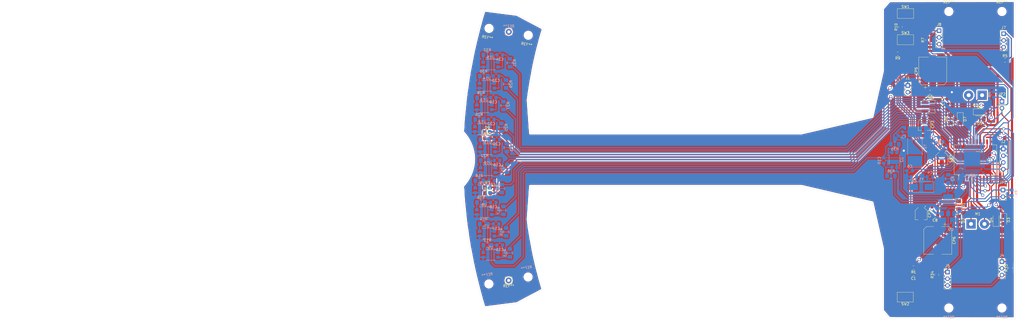
<source format=kicad_pcb>
(kicad_pcb (version 20171130) (host pcbnew "(5.1.2)-2")
  (layers (0 F.Cu signal) (31 B.Cu signal) (34 B.Paste user) (35 F.Paste user) (36 B.SilkS user) (37 F.SilkS user) (38 B.Mask user) (39 F.Mask user) (44 Edge.Cuts user))
  (net 0 "")
  (net 1 RST)
  (net 2 GND)
  (net 3 "Net-(C2-Pad1)")
  (net 4 +5V)
  (net 5 OSC32-IN)
  (net 6 OSC32-OUT)
  (net 7 OSC-IN)
  (net 8 OSC-OUT)
  (net 9 +7.5V)
  (net 10 +3V3)
  (net 11 "Net-(C10-Pad2)")
  (net 12 "Net-(C15-Pad2)")
  (net 13 "Net-(C16-Pad2)")
  (net 14 "Net-(C17-Pad2)")
  (net 15 "Net-(C18-Pad2)")
  (net 16 "Net-(C19-Pad2)")
  (net 17 "Net-(C20-Pad2)")
  (net 18 "Net-(C21-Pad2)")
  (net 19 "Net-(C22-Pad2)")
  (net 20 "Net-(C23-Pad2)")
  (net 21 "Net-(C24-Pad2)")
  (net 22 "Net-(D1-Pad2)")
  (net 23 "Net-(D3-Pad2)")
  (net 24 "Net-(D5-Pad2)")
  (net 25 "Net-(D7-Pad2)")
  (net 26 LED1)
  (net 27 "Net-(D9-Pad1)")
  (net 28 "Net-(D11-Pad1)")
  (net 29 LED2)
  (net 30 CLK)
  (net 31 DIO)
  (net 32 H3)
  (net 33 H4)
  (net 34 H2)
  (net 35 H1)
  (net 36 BOOT0)
  (net 37 BOOT1)
  (net 38 "Net-(R2-Pad2)")
  (net 39 "Net-(R9-Pad2)")
  (net 40 "Net-(R10-Pad2)")
  (net 41 "Net-(R12-Pad2)")
  (net 42 S1)
  (net 43 "Net-(R14-Pad2)")
  (net 44 S2)
  (net 45 "Net-(R16-Pad2)")
  (net 46 S3)
  (net 47 "Net-(R18-Pad2)")
  (net 48 S4)
  (net 49 S8)
  (net 50 "Net-(R22-Pad2)")
  (net 51 S7)
  (net 52 "Net-(R24-Pad2)")
  (net 53 S6)
  (net 54 "Net-(R26-Pad2)")
  (net 55 S5)
  (net 56 "Net-(R28-Pad2)")
  (net 57 S10)
  (net 58 "Net-(R30-Pad2)")
  (net 59 S9)
  (net 60 "Net-(R32-Pad2)")
  (net 61 "Net-(R35-Pad2)")
  (net 62 S11)
  (net 63 "Net-(U4-Pad2)")
  (net 64 "Net-(U4-Pad30)")
  (net 65 "Net-(U4-Pad31)")
  (net 66 "Net-(U4-Pad32)")
  (net 67 "Net-(U4-Pad33)")
  (net 68 M2IN2)
  (net 69 EnB)
  (net 70 M2IN1)
  (net 71 EnA)
  (net 72 M1IN2)
  (net 73 M1IN1)
  (net 74 "Net-(U6-Pad3)")
  (net 75 "Net-(U6-Pad18)")
  (module Connector_Pin:Pin_D1.1mm_L8.5mm_W2.5mm_FlatFork (layer B.Cu) (at 60.071 57.2135)
    (fp_text reference REF** (at 0 -2.1) (layer B.SilkS) (effects (justify mirror)))
    (fp_text value Pin_D1.1mm_L8.5mm_W2.5mm_FlatFork)
    (pad 1 thru_hole circle (at 0 0) (size 2.2 2.2) (drill 1.1) (layers *.Cu *.Mask))
  )
  (module Connector_Pin:Pin_D1.1mm_L8.5mm_W2.5mm_FlatFork (layer F.Cu) (at 60.0075 151.13)
    (fp_text reference REF** (at 0 2.1) (layer F.SilkS))
    (fp_text value Pin_D1.1mm_L8.5mm_W2.5mm_FlatFork)
    (pad 1 thru_hole circle (at 0 0) (size 2.2 2.2) (drill 1.1) (layers *.Cu *.Mask))
  )
  (module MountingHole:MountingHole_2.5mm (layer B.Cu) (at 67.362751 149.832886 190)
    (fp_text reference REF** (at 0 3.5 190) (layer B.SilkS) (effects (justify mirror)))
    (fp_text value MountingHole_2.5mm)
    (pad 1 np_thru_hole circle (at 0 0 190) (size 2.5 2.5) (drill 2.5) (layers *.Cu *.Mask))
  )
  (module MountingHole:MountingHole_2.5mm (layer B.Cu) (at 52.541886 152.446205 190)
    (fp_text reference REF** (at 0 3.5 190) (layer B.SilkS) (effects (justify mirror)))
    (fp_text value MountingHole_2.5mm)
    (pad 1 np_thru_hole circle (at 0 0 190) (size 2.5 2.5) (drill 2.5) (layers *.Cu *.Mask))
  )
  (module MountingHole:MountingHole_2.5mm (layer F.Cu) (at 52.605386 55.897295 170)
    (fp_text reference REF** (at 0 -3.5 170) (layer F.SilkS))
    (fp_text value MountingHole_2.5mm)
    (pad 1 np_thru_hole circle (at 0 0 170) (size 2.5 2.5) (drill 2.5) (layers *.Cu *.Mask))
  )
  (module MountingHole:MountingHole_2.5mm (layer F.Cu) (at 67.426251 58.510614 170)
    (fp_text reference REF** (at 0 -3.5 170) (layer F.SilkS))
    (fp_text value MountingHole_2.5mm)
    (pad 1 np_thru_hole circle (at 0 0 170) (size 2.5 2.5) (drill 2.5) (layers *.Cu *.Mask))
  )
  (module OptoDevice:Everlight_ITR8307 (layer B.Cu) (at 205.74 105.537 180)
    (fp_text reference U2 (at -2.8 0 270) (layer B.SilkS) (effects (justify mirror)))
    (fp_text value ITR8307)
    (pad 4 smd roundrect (at 0.9 2.8 180) (size 1.2 1.4) (layers B.Cu B.Paste B.Mask) (roundrect_rratio 0.2) (net 2 GND))
    (pad 2 smd roundrect (at -0.9 2.8 180) (size 1.2 1.4) (layers B.Cu B.Paste B.Mask) (roundrect_rratio 0.2) (net 61 "Net-(R35-Pad2)"))
    (pad 1 smd roundrect (at -0.9 -2.8 180) (size 1.2 1.4) (layers B.Cu B.Paste B.Mask) (roundrect_rratio 0.2) (net 2 GND))
    (pad 3 smd roundrect (at 0.9 -2.8 180) (size 1.2 1.4) (layers B.Cu B.Paste B.Mask) (roundrect_rratio 0.2) (net 11 "Net-(C10-Pad2)"))
  )
  (module OptoDevice:Everlight_ITR8307 (layer B.Cu) (at 53.213 141.478 270)
    (fp_text reference U5 (at -2.8 0) (layer B.SilkS) (effects (justify mirror)))
    (fp_text value ITR8307)
    (pad 3 smd roundrect (at 0.9 -2.8 270) (size 1.2 1.4) (layers B.Cu B.Paste B.Mask) (roundrect_rratio 0.2) (net 12 "Net-(C15-Pad2)"))
    (pad 1 smd roundrect (at -0.9 -2.8 270) (size 1.2 1.4) (layers B.Cu B.Paste B.Mask) (roundrect_rratio 0.2) (net 2 GND))
    (pad 2 smd roundrect (at -0.9 2.8 270) (size 1.2 1.4) (layers B.Cu B.Paste B.Mask) (roundrect_rratio 0.2) (net 41 "Net-(R12-Pad2)"))
    (pad 4 smd roundrect (at 0.9 2.8 270) (size 1.2 1.4) (layers B.Cu B.Paste B.Mask) (roundrect_rratio 0.2) (net 2 GND))
  )
  (module OptoDevice:Everlight_ITR8307 (layer B.Cu) (at 51.816 133.477 270)
    (fp_text reference U7 (at -2.8 0) (layer B.SilkS) (effects (justify mirror)))
    (fp_text value ITR8307)
    (pad 4 smd roundrect (at 0.9 2.8 270) (size 1.2 1.4) (layers B.Cu B.Paste B.Mask) (roundrect_rratio 0.2) (net 2 GND))
    (pad 2 smd roundrect (at -0.9 2.8 270) (size 1.2 1.4) (layers B.Cu B.Paste B.Mask) (roundrect_rratio 0.2) (net 43 "Net-(R14-Pad2)"))
    (pad 1 smd roundrect (at -0.9 -2.8 270) (size 1.2 1.4) (layers B.Cu B.Paste B.Mask) (roundrect_rratio 0.2) (net 2 GND))
    (pad 3 smd roundrect (at 0.9 -2.8 270) (size 1.2 1.4) (layers B.Cu B.Paste B.Mask) (roundrect_rratio 0.2) (net 14 "Net-(C17-Pad2)"))
  )
  (module OptoDevice:Everlight_ITR8307 (layer B.Cu) (at 50.8 125.349 270)
    (fp_text reference U8 (at -2.8 0) (layer B.SilkS) (effects (justify mirror)))
    (fp_text value ITR8307)
    (pad 3 smd roundrect (at 0.9 -2.8 270) (size 1.2 1.4) (layers B.Cu B.Paste B.Mask) (roundrect_rratio 0.2) (net 15 "Net-(C18-Pad2)"))
    (pad 1 smd roundrect (at -0.9 -2.8 270) (size 1.2 1.4) (layers B.Cu B.Paste B.Mask) (roundrect_rratio 0.2) (net 2 GND))
    (pad 2 smd roundrect (at -0.9 2.8 270) (size 1.2 1.4) (layers B.Cu B.Paste B.Mask) (roundrect_rratio 0.2) (net 45 "Net-(R16-Pad2)"))
    (pad 4 smd roundrect (at 0.9 2.8 270) (size 1.2 1.4) (layers B.Cu B.Paste B.Mask) (roundrect_rratio 0.2) (net 2 GND))
  )
  (module OptoDevice:Everlight_ITR8307 (layer B.Cu) (at 50.165 117.094 270)
    (fp_text reference U9 (at -2.8 0) (layer B.SilkS) (effects (justify mirror)))
    (fp_text value ITR8307)
    (pad 4 smd roundrect (at 0.9 2.8 270) (size 1.2 1.4) (layers B.Cu B.Paste B.Mask) (roundrect_rratio 0.2) (net 2 GND))
    (pad 2 smd roundrect (at -0.9 2.8 270) (size 1.2 1.4) (layers B.Cu B.Paste B.Mask) (roundrect_rratio 0.2) (net 47 "Net-(R18-Pad2)"))
    (pad 1 smd roundrect (at -0.9 -2.8 270) (size 1.2 1.4) (layers B.Cu B.Paste B.Mask) (roundrect_rratio 0.2) (net 2 GND))
    (pad 3 smd roundrect (at 0.9 -2.8 270) (size 1.2 1.4) (layers B.Cu B.Paste B.Mask) (roundrect_rratio 0.2) (net 18 "Net-(C21-Pad2)"))
  )
  (module OptoDevice:Everlight_ITR8307 (layer B.Cu) (at 52.197 109.474 270)
    (fp_text reference U10 (at -2.8 0) (layer B.SilkS) (effects (justify mirror)))
    (fp_text value ITR8307)
    (pad 4 smd roundrect (at 0.9 2.8 270) (size 1.2 1.4) (layers B.Cu B.Paste B.Mask) (roundrect_rratio 0.2) (net 2 GND))
    (pad 2 smd roundrect (at -0.9 2.8 270) (size 1.2 1.4) (layers B.Cu B.Paste B.Mask) (roundrect_rratio 0.2) (net 50 "Net-(R22-Pad2)"))
    (pad 1 smd roundrect (at -0.9 -2.8 270) (size 1.2 1.4) (layers B.Cu B.Paste B.Mask) (roundrect_rratio 0.2) (net 2 GND))
    (pad 3 smd roundrect (at 0.9 -2.8 270) (size 1.2 1.4) (layers B.Cu B.Paste B.Mask) (roundrect_rratio 0.2) (net 13 "Net-(C16-Pad2)"))
  )
  (module OptoDevice:Everlight_ITR8307 (layer B.Cu) (at 52.07 101.6 270)
    (fp_text reference U11 (at -2.8 0) (layer B.SilkS) (effects (justify mirror)))
    (fp_text value ITR8307)
    (pad 3 smd roundrect (at 0.9 -2.8 270) (size 1.2 1.4) (layers B.Cu B.Paste B.Mask) (roundrect_rratio 0.2) (net 17 "Net-(C20-Pad2)"))
    (pad 1 smd roundrect (at -0.9 -2.8 270) (size 1.2 1.4) (layers B.Cu B.Paste B.Mask) (roundrect_rratio 0.2) (net 2 GND))
    (pad 2 smd roundrect (at -0.9 2.8 270) (size 1.2 1.4) (layers B.Cu B.Paste B.Mask) (roundrect_rratio 0.2) (net 52 "Net-(R24-Pad2)"))
    (pad 4 smd roundrect (at 0.9 2.8 270) (size 1.2 1.4) (layers B.Cu B.Paste B.Mask) (roundrect_rratio 0.2) (net 2 GND))
  )
  (module OptoDevice:Everlight_ITR8307 (layer B.Cu) (at 50.038 93.98 270)
    (fp_text reference U12 (at -2.8 0) (layer B.SilkS) (effects (justify mirror)))
    (fp_text value ITR8307)
    (pad 3 smd roundrect (at 0.9 -2.8 270) (size 1.2 1.4) (layers B.Cu B.Paste B.Mask) (roundrect_rratio 0.2) (net 19 "Net-(C22-Pad2)"))
    (pad 1 smd roundrect (at -0.9 -2.8 270) (size 1.2 1.4) (layers B.Cu B.Paste B.Mask) (roundrect_rratio 0.2) (net 2 GND))
    (pad 2 smd roundrect (at -0.9 2.8 270) (size 1.2 1.4) (layers B.Cu B.Paste B.Mask) (roundrect_rratio 0.2) (net 54 "Net-(R26-Pad2)"))
    (pad 4 smd roundrect (at 0.9 2.8 270) (size 1.2 1.4) (layers B.Cu B.Paste B.Mask) (roundrect_rratio 0.2) (net 2 GND))
  )
  (module OptoDevice:Everlight_ITR8307 (layer B.Cu) (at 50.8 85.725 270)
    (fp_text reference U13 (at -2.8 0) (layer B.SilkS) (effects (justify mirror)))
    (fp_text value ITR8307)
    (pad 3 smd roundrect (at 0.9 -2.8 270) (size 1.2 1.4) (layers B.Cu B.Paste B.Mask) (roundrect_rratio 0.2) (net 16 "Net-(C19-Pad2)"))
    (pad 1 smd roundrect (at -0.9 -2.8 270) (size 1.2 1.4) (layers B.Cu B.Paste B.Mask) (roundrect_rratio 0.2) (net 2 GND))
    (pad 2 smd roundrect (at -0.9 2.8 270) (size 1.2 1.4) (layers B.Cu B.Paste B.Mask) (roundrect_rratio 0.2) (net 56 "Net-(R28-Pad2)"))
    (pad 4 smd roundrect (at 0.9 2.8 270) (size 1.2 1.4) (layers B.Cu B.Paste B.Mask) (roundrect_rratio 0.2) (net 2 GND))
  )
  (module OptoDevice:Everlight_ITR8307 (layer B.Cu) (at 51.816 77.597 270)
    (fp_text reference U14 (at -2.8 0) (layer B.SilkS) (effects (justify mirror)))
    (fp_text value ITR8307)
    (pad 4 smd roundrect (at 0.9 2.8 270) (size 1.2 1.4) (layers B.Cu B.Paste B.Mask) (roundrect_rratio 0.2) (net 2 GND))
    (pad 2 smd roundrect (at -0.9 2.8 270) (size 1.2 1.4) (layers B.Cu B.Paste B.Mask) (roundrect_rratio 0.2) (net 58 "Net-(R30-Pad2)"))
    (pad 1 smd roundrect (at -0.9 -2.8 270) (size 1.2 1.4) (layers B.Cu B.Paste B.Mask) (roundrect_rratio 0.2) (net 2 GND))
    (pad 3 smd roundrect (at 0.9 -2.8 270) (size 1.2 1.4) (layers B.Cu B.Paste B.Mask) (roundrect_rratio 0.2) (net 20 "Net-(C23-Pad2)"))
  )
  (module OptoDevice:Everlight_ITR8307 (layer B.Cu) (at 53.213 69.596 270)
    (fp_text reference U15 (at -2.8 0) (layer B.SilkS) (effects (justify mirror)))
    (fp_text value ITR8307)
    (pad 3 smd roundrect (at 0.9 -2.8 270) (size 1.2 1.4) (layers B.Cu B.Paste B.Mask) (roundrect_rratio 0.2) (net 21 "Net-(C24-Pad2)"))
    (pad 1 smd roundrect (at -0.9 -2.8 270) (size 1.2 1.4) (layers B.Cu B.Paste B.Mask) (roundrect_rratio 0.2) (net 2 GND))
    (pad 2 smd roundrect (at -0.9 2.8 270) (size 1.2 1.4) (layers B.Cu B.Paste B.Mask) (roundrect_rratio 0.2) (net 60 "Net-(R32-Pad2)"))
    (pad 4 smd roundrect (at 0.9 2.8 270) (size 1.2 1.4) (layers B.Cu B.Paste B.Mask) (roundrect_rratio 0.2) (net 2 GND))
  )
  (module MountingHole:MountingHole_2.5mm (layer F.Cu) (at 246.38 161.544 180)
    (fp_text reference REF** (at 0 -3.5) (layer B.SilkS) (effects (justify mirror)))
    (fp_text value MountingHole_2.5mm)
    (pad 1 np_thru_hole circle (at 0 0 180) (size 2.5 2.5) (drill 2.5) (layers *.Cu *.Mask))
  )
  (module MountingHole:MountingHole_2.5mm (layer B.Cu) (at 226.314 161.544)
    (fp_text reference REF** (at 0 3.5) (layer B.SilkS) (effects (justify mirror)))
    (fp_text value MountingHole_2.5mm)
    (pad 1 np_thru_hole circle (at 0 0) (size 2.5 2.5) (drill 2.5) (layers *.Cu *.Mask))
  )
  (module MountingHole:MountingHole_2.5mm (layer B.Cu) (at 246.38 49.53 180)
    (fp_text reference REF** (at 0 3.5) (layer F.SilkS))
    (fp_text value MountingHole_2.5mm)
    (pad 1 np_thru_hole circle (at 0 0 180) (size 2.5 2.5) (drill 2.5) (layers *.Cu *.Mask))
  )
  (module MountingHole:MountingHole_2.5mm (layer F.Cu) (at 226.314 49.53)
    (fp_text reference REF** (at 0 -3.5) (layer F.SilkS))
    (fp_text value MountingHole_2.5mm)
    (pad 1 np_thru_hole circle (at 0 0) (size 2.5 2.5) (drill 2.5) (layers *.Cu *.Mask))
  )
  (module Capacitor_SMD:C_0805_2012Metric_Pad1.15x1.40mm_HandSolder (layer F.Cu) (at 212.97 148.717 180)
    (fp_text reference C1 (at 0 -1.65) (layer F.SilkS))
    (fp_text value 100n)
    (pad 1 smd roundrect (at -1.025 0 180) (size 1.15 1.4) (layers F.Cu F.Paste F.Mask) (roundrect_rratio 0.217391) (net 2 GND))
    (pad 2 smd roundrect (at 1.025 0 180) (size 1.15 1.4) (layers F.Cu F.Paste F.Mask) (roundrect_rratio 0.217391) (net 1 RST))
  )
  (module Capacitor_SMD:C_0805_2012Metric_Pad1.15x1.40mm_HandSolder (layer B.Cu) (at 222.25 99.949 135)
    (fp_text reference C2 (at 0 1.65 135) (layer B.SilkS) (effects (justify mirror)))
    (fp_text value 100n)
    (pad 2 smd roundrect (at 1.025 0 135) (size 1.15 1.4) (layers B.Cu B.Paste B.Mask) (roundrect_rratio 0.217391) (net 2 GND))
    (pad 1 smd roundrect (at -1.025 0 135) (size 1.15 1.4) (layers B.Cu B.Paste B.Mask) (roundrect_rratio 0.217391) (net 3 "Net-(C2-Pad1)"))
  )
  (module Capacitor_SMD:C_0805_2012Metric_Pad1.15x1.40mm_HandSolder (layer F.Cu) (at 219.211 80.01 180)
    (fp_text reference C3 (at 0 -1.65) (layer F.SilkS))
    (fp_text value 100n)
    (pad 1 smd roundrect (at -1.025 0 180) (size 1.15 1.4) (layers F.Cu F.Paste F.Mask) (roundrect_rratio 0.217391) (net 4 +5V))
    (pad 2 smd roundrect (at 1.025 0 180) (size 1.15 1.4) (layers F.Cu F.Paste F.Mask) (roundrect_rratio 0.217391) (net 2 GND))
  )
  (module Capacitor_SMD:C_0805_2012Metric_Pad1.15x1.40mm_HandSolder (layer B.Cu) (at 219.211 112.014 180)
    (fp_text reference C4 (at 0 1.65) (layer B.SilkS) (effects (justify mirror)))
    (fp_text value 10p)
    (pad 1 smd roundrect (at -1.025 0 180) (size 1.15 1.4) (layers B.Cu B.Paste B.Mask) (roundrect_rratio 0.217391) (net 5 OSC32-IN))
    (pad 2 smd roundrect (at 1.025 0 180) (size 1.15 1.4) (layers B.Cu B.Paste B.Mask) (roundrect_rratio 0.217391) (net 2 GND))
  )
  (module Capacitor_SMD:C_0805_2012Metric_Pad1.15x1.40mm_HandSolder (layer B.Cu) (at 213.115 112.014)
    (fp_text reference C5 (at 0 1.65) (layer B.SilkS) (effects (justify mirror)))
    (fp_text value 10p)
    (pad 1 smd roundrect (at -1.025 0) (size 1.15 1.4) (layers B.Cu B.Paste B.Mask) (roundrect_rratio 0.217391) (net 2 GND))
    (pad 2 smd roundrect (at 1.025 0) (size 1.15 1.4) (layers B.Cu B.Paste B.Mask) (roundrect_rratio 0.217391) (net 6 OSC32-OUT))
  )
  (module Capacitor_SMD:C_0805_2012Metric_Pad1.15x1.40mm_HandSolder (layer B.Cu) (at 211.5185 109.6645 180)
    (fp_text reference C6 (at 0 1.65) (layer B.SilkS) (effects (justify mirror)))
    (fp_text value 22p)
    (pad 2 smd roundrect (at 1.025 0 180) (size 1.15 1.4) (layers B.Cu B.Paste B.Mask) (roundrect_rratio 0.217391) (net 2 GND))
    (pad 1 smd roundrect (at -1.025 0 180) (size 1.15 1.4) (layers B.Cu B.Paste B.Mask) (roundrect_rratio 0.217391) (net 7 OSC-IN))
  )
  (module Capacitor_SMD:C_0805_2012Metric_Pad1.15x1.40mm_HandSolder (layer B.Cu) (at 208.063216 95.720784 45)
    (fp_text reference C7 (at 0 1.65 45) (layer B.SilkS) (effects (justify mirror)))
    (fp_text value 22p)
    (pad 2 smd roundrect (at 1.025 0 45) (size 1.15 1.4) (layers B.Cu B.Paste B.Mask) (roundrect_rratio 0.217391) (net 8 OSC-OUT))
    (pad 1 smd roundrect (at -1.025 0 45) (size 1.15 1.4) (layers B.Cu B.Paste B.Mask) (roundrect_rratio 0.217391) (net 2 GND))
  )
  (module Capacitor_SMD:C_0805_2012Metric_Pad1.15x1.40mm_HandSolder (layer F.Cu) (at 221.107 126.746 180)
    (fp_text reference C8 (at 0 -1.65) (layer F.SilkS))
    (fp_text value 100n)
    (pad 2 smd roundrect (at 1.025 0 180) (size 1.15 1.4) (layers F.Cu F.Paste F.Mask) (roundrect_rratio 0.217391) (net 2 GND))
    (pad 1 smd roundrect (at -1.025 0 180) (size 1.15 1.4) (layers F.Cu F.Paste F.Mask) (roundrect_rratio 0.217391) (net 9 +7.5V))
  )
  (module Capacitor_SMD:C_0805_2012Metric_Pad1.15x1.40mm_HandSolder (layer B.Cu) (at 227.085 130.302)
    (fp_text reference C9 (at 0 1.65 180) (layer B.SilkS) (effects (justify mirror)))
    (fp_text value 100n)
    (pad 1 smd roundrect (at -1.025 0) (size 1.15 1.4) (layers B.Cu B.Paste B.Mask) (roundrect_rratio 0.217391) (net 10 +3V3))
    (pad 2 smd roundrect (at 1.025 0) (size 1.15 1.4) (layers B.Cu B.Paste B.Mask) (roundrect_rratio 0.217391) (net 2 GND))
  )
  (module Capacitor_SMD:C_0805_2012Metric_Pad1.15x1.40mm_HandSolder (layer B.Cu) (at 201.676 105.8 270)
    (fp_text reference C10 (at 0 1.65 270) (layer B.SilkS) (effects (justify mirror)))
    (fp_text value 10n)
    (pad 1 smd roundrect (at -1.025 0 270) (size 1.15 1.4) (layers B.Cu B.Paste B.Mask) (roundrect_rratio 0.217391) (net 10 +3V3))
    (pad 2 smd roundrect (at 1.025 0 270) (size 1.15 1.4) (layers B.Cu B.Paste B.Mask) (roundrect_rratio 0.217391) (net 11 "Net-(C10-Pad2)"))
  )
  (module Capacitor_SMD:C_0805_2012Metric_Pad1.15x1.40mm_HandSolder (layer F.Cu) (at 225.806 83.575 90)
    (fp_text reference C13 (at 0 -1.65 90) (layer F.SilkS))
    (fp_text value 100n)
    (pad 2 smd roundrect (at 1.025 0 90) (size 1.15 1.4) (layers F.Cu F.Paste F.Mask) (roundrect_rratio 0.217391) (net 2 GND))
    (pad 1 smd roundrect (at -1.025 0 90) (size 1.15 1.4) (layers F.Cu F.Paste F.Mask) (roundrect_rratio 0.217391) (net 4 +5V))
  )
  (module Capacitor_SMD:C_0805_2012Metric_Pad1.15x1.40mm_HandSolder (layer B.Cu) (at 56.651 137.795)
    (fp_text reference C15 (at 0 1.65) (layer B.SilkS) (effects (justify mirror)))
    (fp_text value 10n)
    (pad 2 smd roundrect (at 1.025 0) (size 1.15 1.4) (layers B.Cu B.Paste B.Mask) (roundrect_rratio 0.217391) (net 12 "Net-(C15-Pad2)"))
    (pad 1 smd roundrect (at -1.025 0) (size 1.15 1.4) (layers B.Cu B.Paste B.Mask) (roundrect_rratio 0.217391) (net 10 +3V3))
  )
  (module Capacitor_SMD:C_0805_2012Metric_Pad1.15x1.40mm_HandSolder (layer B.Cu) (at 55.635 105.791)
    (fp_text reference C16 (at 0 1.65) (layer B.SilkS) (effects (justify mirror)))
    (fp_text value 10n)
    (pad 1 smd roundrect (at -1.025 0) (size 1.15 1.4) (layers B.Cu B.Paste B.Mask) (roundrect_rratio 0.217391) (net 10 +3V3))
    (pad 2 smd roundrect (at 1.025 0) (size 1.15 1.4) (layers B.Cu B.Paste B.Mask) (roundrect_rratio 0.217391) (net 13 "Net-(C16-Pad2)"))
  )
  (module Capacitor_SMD:C_0805_2012Metric_Pad1.15x1.40mm_HandSolder (layer B.Cu) (at 55.254 129.794)
    (fp_text reference C17 (at 0 1.65) (layer B.SilkS) (effects (justify mirror)))
    (fp_text value 10n)
    (pad 2 smd roundrect (at 1.025 0) (size 1.15 1.4) (layers B.Cu B.Paste B.Mask) (roundrect_rratio 0.217391) (net 14 "Net-(C17-Pad2)"))
    (pad 1 smd roundrect (at -1.025 0) (size 1.15 1.4) (layers B.Cu B.Paste B.Mask) (roundrect_rratio 0.217391) (net 10 +3V3))
  )
  (module Capacitor_SMD:C_0805_2012Metric_Pad1.15x1.40mm_HandSolder (layer B.Cu) (at 54.229 121.666)
    (fp_text reference C18 (at 0 1.65) (layer B.SilkS) (effects (justify mirror)))
    (fp_text value 10n)
    (pad 1 smd roundrect (at -1.025 0) (size 1.15 1.4) (layers B.Cu B.Paste B.Mask) (roundrect_rratio 0.217391) (net 10 +3V3))
    (pad 2 smd roundrect (at 1.025 0) (size 1.15 1.4) (layers B.Cu B.Paste B.Mask) (roundrect_rratio 0.217391) (net 15 "Net-(C18-Pad2)"))
  )
  (module Capacitor_SMD:C_0805_2012Metric_Pad1.15x1.40mm_HandSolder (layer B.Cu) (at 54.238 82.042)
    (fp_text reference C19 (at 0 1.65) (layer B.SilkS) (effects (justify mirror)))
    (fp_text value 10n)
    (pad 2 smd roundrect (at 1.025 0) (size 1.15 1.4) (layers B.Cu B.Paste B.Mask) (roundrect_rratio 0.217391) (net 16 "Net-(C19-Pad2)"))
    (pad 1 smd roundrect (at -1.025 0) (size 1.15 1.4) (layers B.Cu B.Paste B.Mask) (roundrect_rratio 0.217391) (net 10 +3V3))
  )
  (module Capacitor_SMD:C_0805_2012Metric_Pad1.15x1.40mm_HandSolder (layer B.Cu) (at 55.508 97.917)
    (fp_text reference C20 (at 0 1.65) (layer B.SilkS) (effects (justify mirror)))
    (fp_text value 10n)
    (pad 1 smd roundrect (at -1.025 0) (size 1.15 1.4) (layers B.Cu B.Paste B.Mask) (roundrect_rratio 0.217391) (net 10 +3V3))
    (pad 2 smd roundrect (at 1.025 0) (size 1.15 1.4) (layers B.Cu B.Paste B.Mask) (roundrect_rratio 0.217391) (net 17 "Net-(C20-Pad2)"))
  )
  (module Capacitor_SMD:C_0805_2012Metric_Pad1.15x1.40mm_HandSolder (layer B.Cu) (at 53.594 113.411)
    (fp_text reference C21 (at 0 1.65) (layer B.SilkS) (effects (justify mirror)))
    (fp_text value 10n)
    (pad 1 smd roundrect (at -1.025 0) (size 1.15 1.4) (layers B.Cu B.Paste B.Mask) (roundrect_rratio 0.217391) (net 10 +3V3))
    (pad 2 smd roundrect (at 1.025 0) (size 1.15 1.4) (layers B.Cu B.Paste B.Mask) (roundrect_rratio 0.217391) (net 18 "Net-(C21-Pad2)"))
  )
  (module Capacitor_SMD:C_0805_2012Metric_Pad1.15x1.40mm_HandSolder (layer B.Cu) (at 53.476 90.297)
    (fp_text reference C22 (at 0 1.65) (layer B.SilkS) (effects (justify mirror)))
    (fp_text value 10n)
    (pad 1 smd roundrect (at -1.025 0) (size 1.15 1.4) (layers B.Cu B.Paste B.Mask) (roundrect_rratio 0.217391) (net 10 +3V3))
    (pad 2 smd roundrect (at 1.025 0) (size 1.15 1.4) (layers B.Cu B.Paste B.Mask) (roundrect_rratio 0.217391) (net 19 "Net-(C22-Pad2)"))
  )
  (module Capacitor_SMD:C_0805_2012Metric_Pad1.15x1.40mm_HandSolder (layer B.Cu) (at 55.245 73.914)
    (fp_text reference C23 (at 0 1.65) (layer B.SilkS) (effects (justify mirror)))
    (fp_text value 10n)
    (pad 2 smd roundrect (at 1.025 0) (size 1.15 1.4) (layers B.Cu B.Paste B.Mask) (roundrect_rratio 0.217391) (net 20 "Net-(C23-Pad2)"))
    (pad 1 smd roundrect (at -1.025 0) (size 1.15 1.4) (layers B.Cu B.Paste B.Mask) (roundrect_rratio 0.217391) (net 10 +3V3))
  )
  (module Capacitor_SMD:C_0805_2012Metric_Pad1.15x1.40mm_HandSolder (layer B.Cu) (at 56.651 65.913)
    (fp_text reference C24 (at 0 1.65) (layer B.SilkS) (effects (justify mirror)))
    (fp_text value 10n)
    (pad 1 smd roundrect (at -1.025 0) (size 1.15 1.4) (layers B.Cu B.Paste B.Mask) (roundrect_rratio 0.217391) (net 10 +3V3))
    (pad 2 smd roundrect (at 1.025 0) (size 1.15 1.4) (layers B.Cu B.Paste B.Mask) (roundrect_rratio 0.217391) (net 21 "Net-(C24-Pad2)"))
  )
  (module Capacitor_SMD:CP_Elec_4x5.3 (layer F.Cu) (at 215.8365 125.9205 270)
    (fp_text reference CP2 (at 0 -3.2 90) (layer F.SilkS))
    (fp_text value 10uF)
    (pad 1 smd roundrect (at -1.8 0 270) (size 2.6 1.6) (layers F.Cu F.Paste F.Mask) (roundrect_rratio 0.15625) (net 9 +7.5V))
    (pad 2 smd roundrect (at 1.8 0 270) (size 2.6 1.6) (layers F.Cu F.Paste F.Mask) (roundrect_rratio 0.15625) (net 2 GND))
  )
  (module Capacitor_SMD:CP_Elec_4x5.3 (layer F.Cu) (at 217.043 92.202 270)
    (fp_text reference CP3 (at 0 -3.2 90) (layer F.SilkS))
    (fp_text value 10uF)
    (pad 2 smd roundrect (at 1.8 0 270) (size 2.6 1.6) (layers F.Cu F.Paste F.Mask) (roundrect_rratio 0.15625) (net 2 GND))
    (pad 1 smd roundrect (at -1.8 0 270) (size 2.6 1.6) (layers F.Cu F.Paste F.Mask) (roundrect_rratio 0.15625) (net 9 +7.5V))
  )
  (module Capacitor_SMD:CP_Elec_4x5.3 (layer F.Cu) (at 223.647 105.0925 270)
    (fp_text reference CP4 (at 0 -3.2 90) (layer F.SilkS))
    (fp_text value 220uF)
    (pad 2 smd roundrect (at 1.8 0 270) (size 2.6 1.6) (layers F.Cu F.Paste F.Mask) (roundrect_rratio 0.15625) (net 2 GND))
    (pad 1 smd roundrect (at -1.8 0 270) (size 2.6 1.6) (layers F.Cu F.Paste F.Mask) (roundrect_rratio 0.15625) (net 10 +3V3))
  )
  (module LED_SMD:LED_0805_2012Metric_Pad1.15x1.40mm_HandSolder (layer F.Cu) (at 51.943 95.123)
    (fp_text reference D9 (at 0 -1.65) (layer F.SilkS))
    (fp_text value LED)
    (pad 2 smd roundrect (at 1.025 0) (size 1.15 1.4) (layers F.Cu F.Paste F.Mask) (roundrect_rratio 0.217391) (net 26 LED1))
    (pad 1 smd roundrect (at -1.025 0) (size 1.15 1.4) (layers F.Cu F.Paste F.Mask) (roundrect_rratio 0.217391) (net 27 "Net-(D9-Pad1)"))
  )
  (module LED_SMD:LED_0805_2012Metric_Pad1.15x1.40mm_HandSolder (layer F.Cu) (at 52.07 118.237)
    (fp_text reference D11 (at 0 -1.65) (layer F.SilkS))
    (fp_text value LED)
    (pad 1 smd roundrect (at -1.025 0) (size 1.15 1.4) (layers F.Cu F.Paste F.Mask) (roundrect_rratio 0.217391) (net 28 "Net-(D11-Pad1)"))
    (pad 2 smd roundrect (at 1.025 0) (size 1.15 1.4) (layers F.Cu F.Paste F.Mask) (roundrect_rratio 0.217391) (net 29 LED2))
  )
  (module Connector_PinSocket_2.54mm:PinSocket_1x04_P2.54mm_Vertical (layer F.Cu) (at 246.888 101.473)
    (fp_text reference J2 (at 0 -2.77) (layer F.SilkS))
    (fp_text value Conn_01x04_Female)
    (pad 1 thru_hole rect (at 0 0) (size 1.7 1.7) (drill 1) (layers *.Cu *.Mask) (net 2 GND))
    (pad 2 thru_hole oval (at 0 2.54) (size 1.7 1.7) (drill 1) (layers *.Cu *.Mask) (net 30 CLK))
    (pad 3 thru_hole oval (at 0 5.08) (size 1.7 1.7) (drill 1) (layers *.Cu *.Mask) (net 31 DIO))
    (pad 4 thru_hole oval (at 0 7.62) (size 1.7 1.7) (drill 1) (layers *.Cu *.Mask) (net 10 +3V3))
  )
  (module Connector_PinHeader_2.54mm:PinHeader_1x03_P2.54mm_Vertical (layer F.Cu) (at 246.38 144.018)
    (fp_text reference J4 (at 0 -2.33) (layer F.SilkS))
    (fp_text value Conn_01x03_Female)
    (pad 3 thru_hole oval (at 0 5.08) (size 1.7 1.7) (drill 1) (layers *.Cu *.Mask) (net 10 +3V3))
    (pad 2 thru_hole oval (at 0 2.54) (size 1.7 1.7) (drill 1) (layers *.Cu *.Mask) (net 2 GND))
    (pad 1 thru_hole rect (at 0 0) (size 1.7 1.7) (drill 1) (layers *.Cu *.Mask) (net 32 H3))
  )
  (module Connector_PinHeader_2.54mm:PinHeader_1x03_P2.54mm_Vertical (layer F.Cu) (at 225.806 147.955)
    (fp_text reference J5 (at 0 -2.33) (layer F.SilkS))
    (fp_text value Conn_01x03_Female)
    (pad 3 thru_hole oval (at 0 5.08) (size 1.7 1.7) (drill 1) (layers *.Cu *.Mask) (net 10 +3V3))
    (pad 2 thru_hole oval (at 0 2.54) (size 1.7 1.7) (drill 1) (layers *.Cu *.Mask) (net 2 GND))
    (pad 1 thru_hole rect (at 0 0) (size 1.7 1.7) (drill 1) (layers *.Cu *.Mask) (net 33 H4))
  )
  (module Connector_PinHeader_2.54mm:PinHeader_1x03_P2.54mm_Vertical (layer F.Cu) (at 247.015 57.912)
    (fp_text reference J7 (at 0 -2.33) (layer F.SilkS))
    (fp_text value Conn_01x03_Female)
    (pad 1 thru_hole rect (at 0 0) (size 1.7 1.7) (drill 1) (layers *.Cu *.Mask) (net 34 H2))
    (pad 2 thru_hole oval (at 0 2.54) (size 1.7 1.7) (drill 1) (layers *.Cu *.Mask) (net 2 GND))
    (pad 3 thru_hole oval (at 0 5.08) (size 1.7 1.7) (drill 1) (layers *.Cu *.Mask) (net 10 +3V3))
  )
  (module Connector_PinHeader_2.54mm:PinHeader_1x03_P2.54mm_Vertical (layer F.Cu) (at 222.631 56.769)
    (fp_text reference J8 (at 0 -2.33) (layer F.SilkS))
    (fp_text value Conn_01x03_Female)
    (pad 1 thru_hole rect (at 0 0) (size 1.7 1.7) (drill 1) (layers *.Cu *.Mask) (net 35 H1))
    (pad 2 thru_hole oval (at 0 2.54) (size 1.7 1.7) (drill 1) (layers *.Cu *.Mask) (net 2 GND))
    (pad 3 thru_hole oval (at 0 5.08) (size 1.7 1.7) (drill 1) (layers *.Cu *.Mask) (net 10 +3V3))
  )
  (module Connector_PinSocket_2.54mm:PinSocket_1x02_P2.54mm_Vertical (layer F.Cu) (at 246.761 116.967)
    (fp_text reference JP1 (at 0 -2.77) (layer F.SilkS))
    (fp_text value Jumper)
    (pad 1 thru_hole rect (at 0 0) (size 1.7 1.7) (drill 1) (layers *.Cu *.Mask) (net 36 BOOT0))
    (pad 2 thru_hole oval (at 0 2.54) (size 1.7 1.7) (drill 1) (layers *.Cu *.Mask) (net 10 +3V3))
  )
  (module Connector_PinSocket_2.54mm:PinSocket_1x02_P2.54mm_Vertical (layer F.Cu) (at 246.38 83.5025)
    (fp_text reference JP2 (at 0 -2.77) (layer F.SilkS))
    (fp_text value Jumper)
    (pad 1 thru_hole rect (at 0 0) (size 1.7 1.7) (drill 1) (layers *.Cu *.Mask) (net 37 BOOT1))
    (pad 2 thru_hole oval (at 0 2.54) (size 1.7 1.7) (drill 1) (layers *.Cu *.Mask) (net 10 +3V3))
  )
  (module Connector_Wire:SolderWirePad_1x02_P5.08mm_Drill1.5mm (layer F.Cu) (at 234.696 129.794)
    (fp_text reference M1 (at 2.54 -3.81) (layer F.SilkS))
    (fp_text value Motor_DC)
    (pad 1 thru_hole rect (at 0 0) (size 3.50012 3.50012) (drill 1.50114) (layers *.Cu *.Mask) (net 22 "Net-(D1-Pad2)"))
    (pad 2 thru_hole circle (at 5.08 0) (size 3.50012 3.50012) (drill 1.50114) (layers *.Cu *.Mask) (net 23 "Net-(D3-Pad2)"))
  )
  (module Connector_Wire:SolderWirePad_1x02_P5.08mm_Drill1.5mm (layer F.Cu) (at 238.887 81.153 180)
    (fp_text reference M2 (at 2.54 -3.81) (layer F.SilkS))
    (fp_text value Motor_DC)
    (pad 2 thru_hole circle (at 5.08 0 180) (size 3.50012 3.50012) (drill 1.50114) (layers *.Cu *.Mask) (net 25 "Net-(D7-Pad2)"))
    (pad 1 thru_hole rect (at 0 0 180) (size 3.50012 3.50012) (drill 1.50114) (layers *.Cu *.Mask) (net 24 "Net-(D5-Pad2)"))
  )
  (module Resistor_SMD:R_0805_2012Metric_Pad1.15x1.40mm_HandSolder (layer F.Cu) (at 212.97 146.304 180)
    (fp_text reference R1 (at 0 -1.65) (layer F.SilkS))
    (fp_text value 10K)
    (pad 2 smd roundrect (at 1.025 0 180) (size 1.15 1.4) (layers F.Cu F.Paste F.Mask) (roundrect_rratio 0.217391) (net 1 RST))
    (pad 1 smd roundrect (at -1.025 0 180) (size 1.15 1.4) (layers F.Cu F.Paste F.Mask) (roundrect_rratio 0.217391) (net 10 +3V3))
  )
  (module Resistor_SMD:R_0805_2012Metric_Pad1.15x1.40mm_HandSolder (layer F.Cu) (at 52.07 115.951)
    (fp_text reference R3 (at 0 -1.65) (layer F.SilkS))
    (fp_text value 500)
    (pad 1 smd roundrect (at -1.025 0) (size 1.15 1.4) (layers F.Cu F.Paste F.Mask) (roundrect_rratio 0.217391) (net 28 "Net-(D11-Pad1)"))
    (pad 2 smd roundrect (at 1.025 0) (size 1.15 1.4) (layers F.Cu F.Paste F.Mask) (roundrect_rratio 0.217391) (net 2 GND))
  )
  (module Resistor_SMD:R_0805_2012Metric_Pad1.15x1.40mm_HandSolder (layer B.Cu) (at 250.063 117.974 90)
    (fp_text reference R4 (at 0 1.65 -90) (layer B.SilkS) (effects (justify mirror)))
    (fp_text value 10K)
    (pad 2 smd roundrect (at 1.025 0 90) (size 1.15 1.4) (layers B.Cu B.Paste B.Mask) (roundrect_rratio 0.217391) (net 36 BOOT0))
    (pad 1 smd roundrect (at -1.025 0 90) (size 1.15 1.4) (layers B.Cu B.Paste B.Mask) (roundrect_rratio 0.217391) (net 2 GND))
  )
  (module Resistor_SMD:R_0805_2012Metric_Pad1.15x1.40mm_HandSolder (layer F.Cu) (at 247.523 67.945)
    (fp_text reference R5 (at 0 -1.65) (layer F.SilkS))
    (fp_text value 1K)
    (pad 1 smd roundrect (at -1.025 0) (size 1.15 1.4) (layers F.Cu F.Paste F.Mask) (roundrect_rratio 0.217391) (net 10 +3V3))
    (pad 2 smd roundrect (at 1.025 0) (size 1.15 1.4) (layers F.Cu F.Paste F.Mask) (roundrect_rratio 0.217391) (net 34 H2))
  )
  (module Resistor_SMD:R_0805_2012Metric_Pad1.15x1.40mm_HandSolder (layer B.Cu) (at 223.366716 97.890716 315)
    (fp_text reference R6 (at 0 1.65 135) (layer B.SilkS) (effects (justify mirror)))
    (fp_text value 1R)
    (pad 1 smd roundrect (at -1.025 0 315) (size 1.15 1.4) (layers B.Cu B.Paste B.Mask) (roundrect_rratio 0.217391) (net 10 +3V3))
    (pad 2 smd roundrect (at 1.025 0 315) (size 1.15 1.4) (layers B.Cu B.Paste B.Mask) (roundrect_rratio 0.217391) (net 3 "Net-(C2-Pad1)"))
  )
  (module Resistor_SMD:R_0805_2012Metric_Pad1.15x1.40mm_HandSolder (layer F.Cu) (at 218.186 60.325 90)
    (fp_text reference R7 (at 0 -1.65 90) (layer F.SilkS))
    (fp_text value 1K)
    (pad 2 smd roundrect (at 1.025 0 90) (size 1.15 1.4) (layers F.Cu F.Paste F.Mask) (roundrect_rratio 0.217391) (net 35 H1))
    (pad 1 smd roundrect (at -1.025 0 90) (size 1.15 1.4) (layers F.Cu F.Paste F.Mask) (roundrect_rratio 0.217391) (net 10 +3V3))
  )
  (module Resistor_SMD:R_0805_2012Metric_Pad1.15x1.40mm_HandSolder (layer B.Cu) (at 243.2685 80.899 270)
    (fp_text reference R8 (at 0 1.65 270) (layer B.SilkS) (effects (justify mirror)))
    (fp_text value 10K)
    (pad 1 smd roundrect (at -1.025 0 270) (size 1.15 1.4) (layers B.Cu B.Paste B.Mask) (roundrect_rratio 0.217391) (net 2 GND))
    (pad 2 smd roundrect (at 1.025 0 270) (size 1.15 1.4) (layers B.Cu B.Paste B.Mask) (roundrect_rratio 0.217391) (net 37 BOOT1))
  )
  (module Resistor_SMD:R_0805_2012Metric_Pad1.15x1.40mm_HandSolder (layer F.Cu) (at 207.01 65.532 180)
    (fp_text reference R9 (at 0 -1.65) (layer F.SilkS))
    (fp_text value 10K)
    (pad 1 smd roundrect (at -1.025 0 180) (size 1.15 1.4) (layers F.Cu F.Paste F.Mask) (roundrect_rratio 0.217391) (net 10 +3V3))
    (pad 2 smd roundrect (at 1.025 0 180) (size 1.15 1.4) (layers F.Cu F.Paste F.Mask) (roundrect_rratio 0.217391) (net 39 "Net-(R9-Pad2)"))
  )
  (module Resistor_SMD:R_0805_2012Metric_Pad1.15x1.40mm_HandSolder (layer F.Cu) (at 208.026 55.381 90)
    (fp_text reference R10 (at 0 -1.65 90) (layer F.SilkS))
    (fp_text value 10K)
    (pad 2 smd roundrect (at 1.025 0 90) (size 1.15 1.4) (layers F.Cu F.Paste F.Mask) (roundrect_rratio 0.217391) (net 40 "Net-(R10-Pad2)"))
    (pad 1 smd roundrect (at -1.025 0 90) (size 1.15 1.4) (layers F.Cu F.Paste F.Mask) (roundrect_rratio 0.217391) (net 10 +3V3))
  )
  (module Resistor_SMD:R_1206_3216Metric_Pad1.42x1.75mm_HandSolder (layer B.Cu) (at 51.9795 137.795 180)
    (fp_text reference R12 (at 0 1.82) (layer B.SilkS) (effects (justify mirror)))
    (fp_text value 220)
    (pad 1 smd roundrect (at -1.4875 0 180) (size 1.425 1.75) (layers B.Cu B.Paste B.Mask) (roundrect_rratio 0.175439) (net 10 +3V3))
    (pad 2 smd roundrect (at 1.4875 0 180) (size 1.425 1.75) (layers B.Cu B.Paste B.Mask) (roundrect_rratio 0.175439) (net 41 "Net-(R12-Pad2)"))
  )
  (module Resistor_SMD:R_1206_3216Metric_Pad1.42x1.75mm_HandSolder (layer B.Cu) (at 60.452 140.7525 270)
    (fp_text reference R13 (at 0 1.82 90) (layer B.SilkS) (effects (justify mirror)))
    (fp_text value 220)
    (pad 1 smd roundrect (at -1.4875 0 270) (size 1.425 1.75) (layers B.Cu B.Paste B.Mask) (roundrect_rratio 0.175439) (net 42 S1))
    (pad 2 smd roundrect (at 1.4875 0 270) (size 1.425 1.75) (layers B.Cu B.Paste B.Mask) (roundrect_rratio 0.175439) (net 12 "Net-(C15-Pad2)"))
  )
  (module Resistor_SMD:R_1206_3216Metric_Pad1.42x1.75mm_HandSolder (layer B.Cu) (at 50.5825 129.794 180)
    (fp_text reference R14 (at 0 1.82) (layer B.SilkS) (effects (justify mirror)))
    (fp_text value 220)
    (pad 1 smd roundrect (at -1.4875 0 180) (size 1.425 1.75) (layers B.Cu B.Paste B.Mask) (roundrect_rratio 0.175439) (net 10 +3V3))
    (pad 2 smd roundrect (at 1.4875 0 180) (size 1.425 1.75) (layers B.Cu B.Paste B.Mask) (roundrect_rratio 0.175439) (net 43 "Net-(R14-Pad2)"))
  )
  (module Resistor_SMD:R_1206_3216Metric_Pad1.42x1.75mm_HandSolder (layer B.Cu) (at 59.055 132.8055 270)
    (fp_text reference R15 (at 0 1.82 90) (layer B.SilkS) (effects (justify mirror)))
    (fp_text value 220)
    (pad 2 smd roundrect (at 1.4875 0 270) (size 1.425 1.75) (layers B.Cu B.Paste B.Mask) (roundrect_rratio 0.175439) (net 14 "Net-(C17-Pad2)"))
    (pad 1 smd roundrect (at -1.4875 0 270) (size 1.425 1.75) (layers B.Cu B.Paste B.Mask) (roundrect_rratio 0.175439) (net 44 S2))
  )
  (module Resistor_SMD:R_1206_3216Metric_Pad1.42x1.75mm_HandSolder (layer B.Cu) (at 49.5665 121.666 180)
    (fp_text reference R16 (at 0 1.82) (layer B.SilkS) (effects (justify mirror)))
    (fp_text value 220)
    (pad 1 smd roundrect (at -1.4875 0 180) (size 1.425 1.75) (layers B.Cu B.Paste B.Mask) (roundrect_rratio 0.175439) (net 10 +3V3))
    (pad 2 smd roundrect (at 1.4875 0 180) (size 1.425 1.75) (layers B.Cu B.Paste B.Mask) (roundrect_rratio 0.175439) (net 45 "Net-(R16-Pad2)"))
  )
  (module Resistor_SMD:R_1206_3216Metric_Pad1.42x1.75mm_HandSolder (layer B.Cu) (at 58.039 124.6775 270)
    (fp_text reference R17 (at 0 1.82 90) (layer B.SilkS) (effects (justify mirror)))
    (fp_text value 220)
    (pad 2 smd roundrect (at 1.4875 0 270) (size 1.425 1.75) (layers B.Cu B.Paste B.Mask) (roundrect_rratio 0.175439) (net 15 "Net-(C18-Pad2)"))
    (pad 1 smd roundrect (at -1.4875 0 270) (size 1.425 1.75) (layers B.Cu B.Paste B.Mask) (roundrect_rratio 0.175439) (net 46 S3))
  )
  (module Resistor_SMD:R_1206_3216Metric_Pad1.42x1.75mm_HandSolder (layer B.Cu) (at 48.9315 113.411 180)
    (fp_text reference R18 (at 0 1.82) (layer B.SilkS) (effects (justify mirror)))
    (fp_text value 220)
    (pad 2 smd roundrect (at 1.4875 0 180) (size 1.425 1.75) (layers B.Cu B.Paste B.Mask) (roundrect_rratio 0.175439) (net 47 "Net-(R18-Pad2)"))
    (pad 1 smd roundrect (at -1.4875 0 180) (size 1.425 1.75) (layers B.Cu B.Paste B.Mask) (roundrect_rratio 0.175439) (net 10 +3V3))
  )
  (module Resistor_SMD:R_1206_3216Metric_Pad1.42x1.75mm_HandSolder (layer B.Cu) (at 57.404 116.4225 270)
    (fp_text reference R19 (at 0 1.82 90) (layer B.SilkS) (effects (justify mirror)))
    (fp_text value 220)
    (pad 2 smd roundrect (at 1.4875 0 270) (size 1.425 1.75) (layers B.Cu B.Paste B.Mask) (roundrect_rratio 0.175439) (net 18 "Net-(C21-Pad2)"))
    (pad 1 smd roundrect (at -1.4875 0 270) (size 1.425 1.75) (layers B.Cu B.Paste B.Mask) (roundrect_rratio 0.175439) (net 48 S4))
  )
  (module Resistor_SMD:R_0805_2012Metric_Pad1.15x1.40mm_HandSolder (layer F.Cu) (at 51.943 97.409)
    (fp_text reference R20 (at 0 -1.65) (layer F.SilkS))
    (fp_text value 500)
    (pad 2 smd roundrect (at 1.025 0) (size 1.15 1.4) (layers F.Cu F.Paste F.Mask) (roundrect_rratio 0.217391) (net 2 GND))
    (pad 1 smd roundrect (at -1.025 0) (size 1.15 1.4) (layers F.Cu F.Paste F.Mask) (roundrect_rratio 0.217391) (net 27 "Net-(D9-Pad1)"))
  )
  (module Resistor_SMD:R_1206_3216Metric_Pad1.42x1.75mm_HandSolder (layer B.Cu) (at 59.436 108.8025 270)
    (fp_text reference R21 (at 0 1.82 90) (layer B.SilkS) (effects (justify mirror)))
    (fp_text value 220)
    (pad 2 smd roundrect (at 1.4875 0 270) (size 1.425 1.75) (layers B.Cu B.Paste B.Mask) (roundrect_rratio 0.175439) (net 13 "Net-(C16-Pad2)"))
    (pad 1 smd roundrect (at -1.4875 0 270) (size 1.425 1.75) (layers B.Cu B.Paste B.Mask) (roundrect_rratio 0.175439) (net 49 S8))
  )
  (module Resistor_SMD:R_1206_3216Metric_Pad1.42x1.75mm_HandSolder (layer B.Cu) (at 50.9635 105.791 180)
    (fp_text reference R22 (at 0 1.82) (layer B.SilkS) (effects (justify mirror)))
    (fp_text value 220)
    (pad 2 smd roundrect (at 1.4875 0 180) (size 1.425 1.75) (layers B.Cu B.Paste B.Mask) (roundrect_rratio 0.175439) (net 50 "Net-(R22-Pad2)"))
    (pad 1 smd roundrect (at -1.4875 0 180) (size 1.425 1.75) (layers B.Cu B.Paste B.Mask) (roundrect_rratio 0.175439) (net 10 +3V3))
  )
  (module Resistor_SMD:R_1206_3216Metric_Pad1.42x1.75mm_HandSolder (layer B.Cu) (at 59.309 100.9285 90)
    (fp_text reference R23 (at 0 1.82 90) (layer B.SilkS) (effects (justify mirror)))
    (fp_text value 220)
    (pad 1 smd roundrect (at -1.4875 0 90) (size 1.425 1.75) (layers B.Cu B.Paste B.Mask) (roundrect_rratio 0.175439) (net 51 S7))
    (pad 2 smd roundrect (at 1.4875 0 90) (size 1.425 1.75) (layers B.Cu B.Paste B.Mask) (roundrect_rratio 0.175439) (net 17 "Net-(C20-Pad2)"))
  )
  (module Resistor_SMD:R_1206_3216Metric_Pad1.42x1.75mm_HandSolder (layer B.Cu) (at 50.8365 97.917 180)
    (fp_text reference R24 (at 0 1.82) (layer B.SilkS) (effects (justify mirror)))
    (fp_text value 220)
    (pad 1 smd roundrect (at -1.4875 0 180) (size 1.425 1.75) (layers B.Cu B.Paste B.Mask) (roundrect_rratio 0.175439) (net 10 +3V3))
    (pad 2 smd roundrect (at 1.4875 0 180) (size 1.425 1.75) (layers B.Cu B.Paste B.Mask) (roundrect_rratio 0.175439) (net 52 "Net-(R24-Pad2)"))
  )
  (module Resistor_SMD:R_1206_3216Metric_Pad1.42x1.75mm_HandSolder (layer B.Cu) (at 57.277 93.3085 90)
    (fp_text reference R25 (at 0 1.82 90) (layer B.SilkS) (effects (justify mirror)))
    (fp_text value 220)
    (pad 2 smd roundrect (at 1.4875 0 90) (size 1.425 1.75) (layers B.Cu B.Paste B.Mask) (roundrect_rratio 0.175439) (net 19 "Net-(C22-Pad2)"))
    (pad 1 smd roundrect (at -1.4875 0 90) (size 1.425 1.75) (layers B.Cu B.Paste B.Mask) (roundrect_rratio 0.175439) (net 53 S6))
  )
  (module Resistor_SMD:R_1206_3216Metric_Pad1.42x1.75mm_HandSolder (layer B.Cu) (at 48.8585 90.297 180)
    (fp_text reference R26 (at 0 1.82) (layer B.SilkS) (effects (justify mirror)))
    (fp_text value 220)
    (pad 2 smd roundrect (at 1.4875 0 180) (size 1.425 1.75) (layers B.Cu B.Paste B.Mask) (roundrect_rratio 0.175439) (net 54 "Net-(R26-Pad2)"))
    (pad 1 smd roundrect (at -1.4875 0 180) (size 1.425 1.75) (layers B.Cu B.Paste B.Mask) (roundrect_rratio 0.175439) (net 10 +3V3))
  )
  (module Resistor_SMD:R_1206_3216Metric_Pad1.42x1.75mm_HandSolder (layer B.Cu) (at 58.039 85.0535 90)
    (fp_text reference R27 (at 0 1.82 90) (layer B.SilkS) (effects (justify mirror)))
    (fp_text value 220)
    (pad 1 smd roundrect (at -1.4875 0 90) (size 1.425 1.75) (layers B.Cu B.Paste B.Mask) (roundrect_rratio 0.175439) (net 55 S5))
    (pad 2 smd roundrect (at 1.4875 0 90) (size 1.425 1.75) (layers B.Cu B.Paste B.Mask) (roundrect_rratio 0.175439) (net 16 "Net-(C19-Pad2)"))
  )
  (module Resistor_SMD:R_1206_3216Metric_Pad1.42x1.75mm_HandSolder (layer B.Cu) (at 49.5665 82.042 180)
    (fp_text reference R28 (at 0 1.82) (layer B.SilkS) (effects (justify mirror)))
    (fp_text value 220)
    (pad 2 smd roundrect (at 1.4875 0 180) (size 1.425 1.75) (layers B.Cu B.Paste B.Mask) (roundrect_rratio 0.175439) (net 56 "Net-(R28-Pad2)"))
    (pad 1 smd roundrect (at -1.4875 0 180) (size 1.425 1.75) (layers B.Cu B.Paste B.Mask) (roundrect_rratio 0.175439) (net 10 +3V3))
  )
  (module Resistor_SMD:R_1206_3216Metric_Pad1.42x1.75mm_HandSolder (layer B.Cu) (at 59.055 76.9255 90)
    (fp_text reference R29 (at 0 1.82 90) (layer B.SilkS) (effects (justify mirror)))
    (fp_text value 220)
    (pad 2 smd roundrect (at 1.4875 0 90) (size 1.425 1.75) (layers B.Cu B.Paste B.Mask) (roundrect_rratio 0.175439) (net 20 "Net-(C23-Pad2)"))
    (pad 1 smd roundrect (at -1.4875 0 90) (size 1.425 1.75) (layers B.Cu B.Paste B.Mask) (roundrect_rratio 0.175439) (net 57 S10))
  )
  (module Resistor_SMD:R_1206_3216Metric_Pad1.42x1.75mm_HandSolder (layer B.Cu) (at 50.5825 73.914 180)
    (fp_text reference R30 (at 0 1.82) (layer B.SilkS) (effects (justify mirror)))
    (fp_text value 220)
    (pad 2 smd roundrect (at 1.4875 0 180) (size 1.425 1.75) (layers B.Cu B.Paste B.Mask) (roundrect_rratio 0.175439) (net 58 "Net-(R30-Pad2)"))
    (pad 1 smd roundrect (at -1.4875 0 180) (size 1.425 1.75) (layers B.Cu B.Paste B.Mask) (roundrect_rratio 0.175439) (net 10 +3V3))
  )
  (module Resistor_SMD:R_1206_3216Metric_Pad1.42x1.75mm_HandSolder (layer B.Cu) (at 60.452 68.9245 90)
    (fp_text reference R31 (at 0 1.82 90) (layer B.SilkS) (effects (justify mirror)))
    (fp_text value 220)
    (pad 1 smd roundrect (at -1.4875 0 90) (size 1.425 1.75) (layers B.Cu B.Paste B.Mask) (roundrect_rratio 0.175439) (net 59 S9))
    (pad 2 smd roundrect (at 1.4875 0 90) (size 1.425 1.75) (layers B.Cu B.Paste B.Mask) (roundrect_rratio 0.175439) (net 21 "Net-(C24-Pad2)"))
  )
  (module Resistor_SMD:R_1206_3216Metric_Pad1.42x1.75mm_HandSolder (layer B.Cu) (at 51.9795 65.913 180)
    (fp_text reference R32 (at 0 1.82) (layer B.SilkS) (effects (justify mirror)))
    (fp_text value 220)
    (pad 1 smd roundrect (at -1.4875 0 180) (size 1.425 1.75) (layers B.Cu B.Paste B.Mask) (roundrect_rratio 0.175439) (net 10 +3V3))
    (pad 2 smd roundrect (at 1.4875 0 180) (size 1.425 1.75) (layers B.Cu B.Paste B.Mask) (roundrect_rratio 0.175439) (net 60 "Net-(R32-Pad2)"))
  )
  (module Resistor_SMD:R_0805_2012Metric_Pad1.15x1.40mm_HandSolder (layer F.Cu) (at 249.682 146.422 90)
    (fp_text reference R33 (at 0 -1.65 90) (layer F.SilkS))
    (fp_text value 1K)
    (pad 2 smd roundrect (at 1.025 0 90) (size 1.15 1.4) (layers F.Cu F.Paste F.Mask) (roundrect_rratio 0.217391) (net 32 H3))
    (pad 1 smd roundrect (at -1.025 0 90) (size 1.15 1.4) (layers F.Cu F.Paste F.Mask) (roundrect_rratio 0.217391) (net 10 +3V3))
  )
  (module Resistor_SMD:R_0805_2012Metric_Pad1.15x1.40mm_HandSolder (layer F.Cu) (at 221.742 148.962 90)
    (fp_text reference R34 (at 0 -1.65 90) (layer F.SilkS))
    (fp_text value 1K)
    (pad 1 smd roundrect (at -1.025 0 90) (size 1.15 1.4) (layers F.Cu F.Paste F.Mask) (roundrect_rratio 0.217391) (net 10 +3V3))
    (pad 2 smd roundrect (at 1.025 0 90) (size 1.15 1.4) (layers F.Cu F.Paste F.Mask) (roundrect_rratio 0.217391) (net 33 H4))
  )
  (module Resistor_SMD:R_1206_3216Metric_Pad1.42x1.75mm_HandSolder (layer B.Cu) (at 205.9035 99.695)
    (fp_text reference R35 (at 0 1.82) (layer B.SilkS) (effects (justify mirror)))
    (fp_text value 220)
    (pad 2 smd roundrect (at 1.4875 0) (size 1.425 1.75) (layers B.Cu B.Paste B.Mask) (roundrect_rratio 0.175439) (net 61 "Net-(R35-Pad2)"))
    (pad 1 smd roundrect (at -1.4875 0) (size 1.425 1.75) (layers B.Cu B.Paste B.Mask) (roundrect_rratio 0.175439) (net 10 +3V3))
  )
  (module Resistor_SMD:R_1206_3216Metric_Pad1.42x1.75mm_HandSolder (layer B.Cu) (at 204.47 111.633 180)
    (fp_text reference R36 (at 0 1.82) (layer B.SilkS) (effects (justify mirror)))
    (fp_text value 220)
    (pad 1 smd roundrect (at -1.4875 0 180) (size 1.425 1.75) (layers B.Cu B.Paste B.Mask) (roundrect_rratio 0.175439) (net 62 S11))
    (pad 2 smd roundrect (at 1.4875 0 180) (size 1.425 1.75) (layers B.Cu B.Paste B.Mask) (roundrect_rratio 0.175439) (net 11 "Net-(C10-Pad2)"))
  )
  (module Button_Switch_SMD:SW_SPST_CK_RS282G05A3 (layer F.Cu) (at 209.931 50.292)
    (fp_text reference SW1 (at 0 -2.6) (layer F.SilkS))
    (fp_text value SW_Push)
    (pad 1 smd rect (at -3.9 0) (size 1.5 1.5) (layers F.Cu F.Paste F.Mask) (net 40 "Net-(R10-Pad2)"))
    (pad 2 smd rect (at 3.9 0) (size 1.5 1.5) (layers F.Cu F.Paste F.Mask) (net 2 GND))
  )
  (module Button_Switch_SMD:SW_SPST_CK_RS282G05A3 (layer F.Cu) (at 209.8675 157.4165 180)
    (fp_text reference SW2 (at 0 -2.6) (layer F.SilkS))
    (fp_text value SW_Push)
    (pad 1 smd rect (at -3.9 0 180) (size 1.5 1.5) (layers F.Cu F.Paste F.Mask) (net 2 GND))
    (pad 2 smd rect (at 3.9 0 180) (size 1.5 1.5) (layers F.Cu F.Paste F.Mask) (net 1 RST))
  )
  (module Button_Switch_SMD:SW_SPST_CK_RS282G05A3 (layer F.Cu) (at 209.931 60.198)
    (fp_text reference SW3 (at 0 -2.6 180) (layer F.SilkS))
    (fp_text value SW_Push)
    (pad 2 smd rect (at 3.9 0) (size 1.5 1.5) (layers F.Cu F.Paste F.Mask) (net 2 GND))
    (pad 1 smd rect (at -3.9 0) (size 1.5 1.5) (layers F.Cu F.Paste F.Mask) (net 39 "Net-(R9-Pad2)"))
  )
  (module Package_TO_SOT_SMD:SOT-223-3_TabPin2 (layer B.Cu) (at 226.06 122.682 90)
    (fp_text reference U1 (at 0 4.5 90) (layer B.SilkS) (effects (justify mirror)))
    (fp_text value AMS1117-3V3)
    (pad 2 smd rect (at 3.15 0 90) (size 2 3.8) (layers B.Cu B.Paste B.Mask) (net 10 +3V3))
    (pad 2 smd rect (at -3.15 0 90) (size 2 1.5) (layers B.Cu B.Paste B.Mask) (net 10 +3V3))
    (pad 3 smd rect (at -3.15 -2.3 90) (size 2 1.5) (layers B.Cu B.Paste B.Mask) (net 9 +7.5V))
    (pad 1 smd rect (at -3.15 2.3 90) (size 2 1.5) (layers B.Cu B.Paste B.Mask) (net 2 GND))
  )
  (module Package_QFP:LQFP-48_7x7mm_P0.5mm (layer B.Cu) (at 235.077 105.537)
    (fp_text reference U4 (at 0 5.85) (layer B.SilkS) (effects (justify mirror)))
    (fp_text value STM32F103C8Tx)
    (pad 48 smd roundrect (at -2.75 4.1625) (size 0.3 1.475) (layers B.Cu B.Paste B.Mask) (net 10 +3V3))
    (pad 47 smd roundrect (at -2.25 4.1625) (size 0.3 1.475) (layers B.Cu B.Paste B.Mask) (net 2 GND))
    (pad 46 smd roundrect (at -1.75 4.1625) (size 0.3 1.475) (layers B.Cu B.Paste B.Mask) (net 39 "Net-(R9-Pad2)"))
    (pad 45 smd roundrect (at -1.25 4.1625) (size 0.3 1.475) (layers B.Cu B.Paste B.Mask) (net 62 S11))
    (pad 44 smd roundrect (at -0.75 4.1625) (size 0.3 1.475) (layers B.Cu B.Paste B.Mask) (net 36 BOOT0))
    (pad 43 smd roundrect (at -0.25 4.1625) (size 0.3 1.475) (layers B.Cu B.Paste B.Mask) (net 73 M1IN1))
    (pad 42 smd roundrect (at 0.25 4.1625) (size 0.3 1.475) (layers B.Cu B.Paste B.Mask) (net 72 M1IN2))
    (pad 41 smd roundrect (at 0.75 4.1625) (size 0.3 1.475) (layers B.Cu B.Paste B.Mask) (net 71 EnA))
    (pad 40 smd roundrect (at 1.25 4.1625) (size 0.3 1.475) (layers B.Cu B.Paste B.Mask) (net 68 M2IN2))
    (pad 39 smd roundrect (at 1.75 4.1625) (size 0.3 1.475) (layers B.Cu B.Paste B.Mask) (net 69 EnB))
    (pad 38 smd roundrect (at 2.25 4.1625) (size 0.3 1.475) (layers B.Cu B.Paste B.Mask) (net 70 M2IN1))
    (pad 37 smd roundrect (at 2.75 4.1625) (size 0.3 1.475) (layers B.Cu B.Paste B.Mask) (net 30 CLK))
    (pad 36 smd roundrect (at 4.1625 2.75) (size 1.475 0.3) (layers B.Cu B.Paste B.Mask) (net 10 +3V3))
    (pad 35 smd roundrect (at 4.1625 2.25) (size 1.475 0.3) (layers B.Cu B.Paste B.Mask) (net 2 GND))
    (pad 34 smd roundrect (at 4.1625 1.75) (size 1.475 0.3) (layers B.Cu B.Paste B.Mask) (net 31 DIO))
    (pad 33 smd roundrect (at 4.1625 1.25) (size 1.475 0.3) (layers B.Cu B.Paste B.Mask) (net 67 "Net-(U4-Pad33)"))
    (pad 32 smd roundrect (at 4.1625 0.75) (size 1.475 0.3) (layers B.Cu B.Paste B.Mask) (net 66 "Net-(U4-Pad32)"))
    (pad 31 smd roundrect (at 4.1625 0.25) (size 1.475 0.3) (layers B.Cu B.Paste B.Mask) (net 65 "Net-(U4-Pad31)"))
    (pad 30 smd roundrect (at 4.1625 -0.25) (size 1.475 0.3) (layers B.Cu B.Paste B.Mask) (net 64 "Net-(U4-Pad30)"))
    (pad 29 smd roundrect (at 4.1625 -0.75) (size 1.475 0.3) (layers B.Cu B.Paste B.Mask) (net 40 "Net-(R10-Pad2)"))
    (pad 28 smd roundrect (at 4.1625 -1.25) (size 1.475 0.3) (layers B.Cu B.Paste B.Mask) (net 33 H4))
    (pad 27 smd roundrect (at 4.1625 -1.75) (size 1.475 0.3) (layers B.Cu B.Paste B.Mask) (net 32 H3))
    (pad 26 smd roundrect (at 4.1625 -2.25) (size 1.475 0.3) (layers B.Cu B.Paste B.Mask) (net 34 H2))
    (pad 25 smd roundrect (at 4.1625 -2.75) (size 1.475 0.3) (layers B.Cu B.Paste B.Mask) (net 35 H1))
    (pad 24 smd roundrect (at 2.75 -4.1625) (size 0.3 1.475) (layers B.Cu B.Paste B.Mask) (net 10 +3V3))
    (pad 23 smd roundrect (at 2.25 -4.1625) (size 0.3 1.475) (layers B.Cu B.Paste B.Mask) (net 2 GND))
    (pad 22 smd roundrect (at 1.75 -4.1625) (size 0.3 1.475) (layers B.Cu B.Paste B.Mask) (net 29 LED2))
    (pad 21 smd roundrect (at 1.25 -4.1625) (size 0.3 1.475) (layers B.Cu B.Paste B.Mask) (net 26 LED1))
    (pad 20 smd roundrect (at 0.75 -4.1625) (size 0.3 1.475) (layers B.Cu B.Paste B.Mask) (net 37 BOOT1))
    (pad 19 smd roundrect (at 0.25 -4.1625) (size 0.3 1.475) (layers B.Cu B.Paste B.Mask) (net 59 S9))
    (pad 18 smd roundrect (at -0.25 -4.1625) (size 0.3 1.475) (layers B.Cu B.Paste B.Mask) (net 57 S10))
    (pad 17 smd roundrect (at -0.75 -4.1625) (size 0.3 1.475) (layers B.Cu B.Paste B.Mask) (net 55 S5))
    (pad 16 smd roundrect (at -1.25 -4.1625) (size 0.3 1.475) (layers B.Cu B.Paste B.Mask) (net 53 S6))
    (pad 15 smd roundrect (at -1.75 -4.1625) (size 0.3 1.475) (layers B.Cu B.Paste B.Mask) (net 51 S7))
    (pad 14 smd roundrect (at -2.25 -4.1625) (size 0.3 1.475) (layers B.Cu B.Paste B.Mask) (net 49 S8))
    (pad 13 smd roundrect (at -2.75 -4.1625) (size 0.3 1.475) (layers B.Cu B.Paste B.Mask) (net 48 S4))
    (pad 12 smd roundrect (at -4.1625 -2.75) (size 1.475 0.3) (layers B.Cu B.Paste B.Mask) (net 46 S3))
    (pad 11 smd roundrect (at -4.1625 -2.25) (size 1.475 0.3) (layers B.Cu B.Paste B.Mask) (net 44 S2))
    (pad 10 smd roundrect (at -4.1625 -1.75) (size 1.475 0.3) (layers B.Cu B.Paste B.Mask) (net 42 S1))
    (pad 9 smd roundrect (at -4.1625 -1.25) (size 1.475 0.3) (layers B.Cu B.Paste B.Mask) (net 3 "Net-(C2-Pad1)"))
    (pad 8 smd roundrect (at -4.1625 -0.75) (size 1.475 0.3) (layers B.Cu B.Paste B.Mask) (net 2 GND))
    (pad 7 smd roundrect (at -4.1625 -0.25) (size 1.475 0.3) (layers B.Cu B.Paste B.Mask) (net 1 RST))
    (pad 6 smd roundrect (at -4.1625 0.25) (size 1.475 0.3) (layers B.Cu B.Paste B.Mask) (net 8 OSC-OUT))
    (pad 5 smd roundrect (at -4.1625 0.75) (size 1.475 0.3) (layers B.Cu B.Paste B.Mask) (net 7 OSC-IN))
    (pad 4 smd roundrect (at -4.1625 1.25) (size 1.475 0.3) (layers B.Cu B.Paste B.Mask) (net 6 OSC32-OUT))
    (pad 3 smd roundrect (at -4.1625 1.75) (size 1.475 0.3) (layers B.Cu B.Paste B.Mask) (net 5 OSC32-IN))
    (pad 2 smd roundrect (at -4.1625 2.25) (size 1.475 0.3) (layers B.Cu B.Paste B.Mask) (net 63 "Net-(U4-Pad2)"))
    (pad 1 smd roundrect (at -4.1625 2.75) (size 1.475 0.3) (layers B.Cu B.Paste B.Mask) (net 38 "Net-(R2-Pad2)"))
  )
  (module Package_SO:HSOP-20-1EP_11.0x15.9mm_P1.27mm_SlugUp (layer F.Cu) (at 236.347 105.537 90)
    (fp_text reference U6 (at 0 -8.9 90) (layer F.SilkS))
    (fp_text value L298P)
    (pad 1 smd rect (at -6.85 -5.715 90) (size 1.7 0.7) (layers F.Cu F.Paste F.Mask) (net 2 GND))
    (pad 2 smd rect (at -6.85 -4.445 90) (size 1.7 0.7) (layers F.Cu F.Paste F.Mask) (net 2 GND))
    (pad 3 smd rect (at -6.85 -3.175 90) (size 1.7 0.7) (layers F.Cu F.Paste F.Mask) (net 74 "Net-(U6-Pad3)"))
    (pad 4 smd rect (at -6.85 -1.905 90) (size 1.7 0.7) (layers F.Cu F.Paste F.Mask) (net 22 "Net-(D1-Pad2)"))
    (pad 5 smd rect (at -6.85 -0.635 90) (size 1.7 0.7) (layers F.Cu F.Paste F.Mask) (net 23 "Net-(D3-Pad2)"))
    (pad 6 smd rect (at -6.85 0.635 90) (size 1.7 0.7) (layers F.Cu F.Paste F.Mask) (net 9 +7.5V))
    (pad 7 smd rect (at -6.85 1.905 90) (size 1.7 0.7) (layers F.Cu F.Paste F.Mask) (net 73 M1IN1))
    (pad 8 smd rect (at -6.85 3.175 90) (size 1.7 0.7) (layers F.Cu F.Paste F.Mask) (net 71 EnA))
    (pad 9 smd rect (at -6.85 4.445 90) (size 1.7 0.7) (layers F.Cu F.Paste F.Mask) (net 72 M1IN2))
    (pad 10 smd rect (at -6.85 5.715 90) (size 1.7 0.7) (layers F.Cu F.Paste F.Mask) (net 2 GND))
    (pad 11 smd rect (at 6.85 5.715 90) (size 1.7 0.7) (layers F.Cu F.Paste F.Mask) (net 2 GND))
    (pad 12 smd rect (at 6.85 4.445 90) (size 1.7 0.7) (layers F.Cu F.Paste F.Mask) (net 4 +5V))
    (pad 13 smd rect (at 6.85 3.175 90) (size 1.7 0.7) (layers F.Cu F.Paste F.Mask) (net 70 M2IN1))
    (pad 14 smd rect (at 6.85 1.905 90) (size 1.7 0.7) (layers F.Cu F.Paste F.Mask) (net 69 EnB))
    (pad 15 smd rect (at 6.85 0.635 90) (size 1.7 0.7) (layers F.Cu F.Paste F.Mask) (net 68 M2IN2))
    (pad 16 smd rect (at 6.85 -0.635 90) (size 1.7 0.7) (layers F.Cu F.Paste F.Mask) (net 24 "Net-(D5-Pad2)"))
    (pad 17 smd rect (at 6.85 -1.905 90) (size 1.7 0.7) (layers F.Cu F.Paste F.Mask) (net 25 "Net-(D7-Pad2)"))
    (pad 18 smd rect (at 6.85 -3.175 90) (size 1.7 0.7) (layers F.Cu F.Paste F.Mask) (net 75 "Net-(U6-Pad18)"))
    (pad 19 smd rect (at 6.85 -4.445 90) (size 1.7 0.7) (layers F.Cu F.Paste F.Mask) (net 2 GND))
    (pad 20 smd rect (at 6.85 -5.715 90) (size 1.7 0.7) (layers F.Cu F.Paste F.Mask) (net 2 GND))
  )
  (module Crystal:Crystal_SMD_SeikoEpson_MA505-2Pin_12.7x5.1mm (layer B.Cu) (at 213.487 100.546 90)
    (fp_text reference Y2 (at 0 3.8 90) (layer B.SilkS) (effects (justify mirror)))
    (fp_text value 8Mhz)
    (pad 1 smd rect (at -5.55 0 90) (size 4.1 5.6) (layers B.Cu B.Paste B.Mask) (net 7 OSC-IN))
    (pad 2 smd rect (at 5.55 0 90) (size 4.1 5.6) (layers B.Cu B.Paste B.Mask) (net 8 OSC-OUT))
  )
  (module Diode_SMD:D_1206_3216Metric_Pad1.42x1.75mm_HandSolder (layer F.Cu) (at 229.997 122.682 270)
    (fp_text reference D1 (at 0 -1.82 90) (layer F.SilkS))
    (fp_text value D)
    (pad 1 smd roundrect (at -1.4875 0 270) (size 1.425 1.75) (layers F.Cu F.Paste F.Mask) (roundrect_rratio 0.175439) (net 9 +7.5V))
    (pad 2 smd roundrect (at 1.4875 0 270) (size 1.425 1.75) (layers F.Cu F.Paste F.Mask) (roundrect_rratio 0.175439) (net 22 "Net-(D1-Pad2)"))
  )
  (module Diode_SMD:D_1206_3216Metric_Pad1.42x1.75mm_HandSolder (layer F.Cu) (at 229.997 128.4875 270)
    (fp_text reference D2 (at 0 -1.82 90) (layer F.SilkS))
    (fp_text value D)
    (pad 2 smd roundrect (at 1.4875 0 270) (size 1.425 1.75) (layers F.Cu F.Paste F.Mask) (roundrect_rratio 0.175439) (net 2 GND))
    (pad 1 smd roundrect (at -1.4875 0 270) (size 1.425 1.75) (layers F.Cu F.Paste F.Mask) (roundrect_rratio 0.175439) (net 22 "Net-(D1-Pad2)"))
  )
  (module Diode_SMD:D_1206_3216Metric_Pad1.42x1.75mm_HandSolder (layer F.Cu) (at 247.015 128.297 270)
    (fp_text reference D3 (at 0 -1.82 90) (layer F.SilkS))
    (fp_text value D)
    (pad 2 smd roundrect (at 1.4875 0 270) (size 1.425 1.75) (layers F.Cu F.Paste F.Mask) (roundrect_rratio 0.175439) (net 23 "Net-(D3-Pad2)"))
    (pad 1 smd roundrect (at -1.4875 0 270) (size 1.425 1.75) (layers F.Cu F.Paste F.Mask) (roundrect_rratio 0.175439) (net 9 +7.5V))
  )
  (module Diode_SMD:D_1206_3216Metric_Pad1.42x1.75mm_HandSolder (layer F.Cu) (at 244.1575 128.27 90)
    (fp_text reference D4 (at 0 -1.82 90) (layer F.SilkS))
    (fp_text value D)
    (pad 1 smd roundrect (at -1.4875 0 90) (size 1.425 1.75) (layers F.Cu F.Paste F.Mask) (roundrect_rratio 0.175439) (net 23 "Net-(D3-Pad2)"))
    (pad 2 smd roundrect (at 1.4875 0 90) (size 1.425 1.75) (layers F.Cu F.Paste F.Mask) (roundrect_rratio 0.175439) (net 2 GND))
  )
  (module Diode_SMD:D_1206_3216Metric_Pad1.42x1.75mm_HandSolder (layer F.Cu) (at 237.998 90.043 180)
    (fp_text reference D5 (at 0 -1.82) (layer F.SilkS))
    (fp_text value D)
    (pad 1 smd roundrect (at -1.4875 0 180) (size 1.425 1.75) (layers F.Cu F.Paste F.Mask) (roundrect_rratio 0.175439) (net 9 +7.5V))
    (pad 2 smd roundrect (at 1.4875 0 180) (size 1.425 1.75) (layers F.Cu F.Paste F.Mask) (roundrect_rratio 0.175439) (net 24 "Net-(D5-Pad2)"))
  )
  (module Diode_SMD:D_1206_3216Metric_Pad1.42x1.75mm_HandSolder (layer F.Cu) (at 237.998 87.4665)
    (fp_text reference D6 (at 0 -1.82) (layer F.SilkS))
    (fp_text value D)
    (pad 2 smd roundrect (at 1.4875 0) (size 1.425 1.75) (layers F.Cu F.Paste F.Mask) (roundrect_rratio 0.175439) (net 2 GND))
    (pad 1 smd roundrect (at -1.4875 0) (size 1.425 1.75) (layers F.Cu F.Paste F.Mask) (roundrect_rratio 0.175439) (net 24 "Net-(D5-Pad2)"))
  )
  (module Diode_SMD:D_1206_3216Metric_Pad1.42x1.75mm_HandSolder (layer F.Cu) (at 230.632 90.17 270)
    (fp_text reference D7 (at 0 -1.82 90) (layer F.SilkS))
    (fp_text value D)
    (pad 2 smd roundrect (at 1.4875 0 270) (size 1.425 1.75) (layers F.Cu F.Paste F.Mask) (roundrect_rratio 0.175439) (net 25 "Net-(D7-Pad2)"))
    (pad 1 smd roundrect (at -1.4875 0 270) (size 1.425 1.75) (layers F.Cu F.Paste F.Mask) (roundrect_rratio 0.175439) (net 9 +7.5V))
  )
  (module Diode_SMD:D_1206_3216Metric_Pad1.42x1.75mm_HandSolder (layer F.Cu) (at 226.949 90.17 90)
    (fp_text reference D8 (at 0 -1.82 90) (layer F.SilkS))
    (fp_text value D)
    (pad 1 smd roundrect (at -1.4875 0 90) (size 1.425 1.75) (layers F.Cu F.Paste F.Mask) (roundrect_rratio 0.175439) (net 25 "Net-(D7-Pad2)"))
    (pad 2 smd roundrect (at 1.4875 0 90) (size 1.425 1.75) (layers F.Cu F.Paste F.Mask) (roundrect_rratio 0.175439) (net 2 GND))
  )
  (module Crystal:Crystal_SMD_0603-2Pin_6.0x3.5mm_HandSoldering (layer B.Cu) (at 215.8915 115.824 180)
    (fp_text reference Y1 (at 0 2.95) (layer B.SilkS) (effects (justify mirror)))
    (fp_text value 32.768Khz)
    (pad 1 smd rect (at -2.9125 0 180) (size 3.325 2.5) (layers B.Cu B.Paste B.Mask) (net 5 OSC32-IN))
    (pad 2 smd rect (at 2.9125 0 180) (size 3.325 2.5) (layers B.Cu B.Paste B.Mask) (net 6 OSC32-OUT))
  )
  (module Capacitor_SMD:CP_Elec_10x10 (layer F.Cu) (at 220.218 72.009 90)
    (fp_text reference CP5 (at 0 -6.2 90) (layer F.SilkS))
    (fp_text value 100uF)
    (pad 2 smd roundrect (at 4 0 90) (size 4 2.5) (layers F.Cu F.Paste F.Mask) (roundrect_rratio 0.1) (net 2 GND))
    (pad 1 smd roundrect (at -4 0 90) (size 4 2.5) (layers F.Cu F.Paste F.Mask) (roundrect_rratio 0.1) (net 4 +5V))
  )
  (module Capacitor_SMD:CP_Elec_10x10 (layer F.Cu) (at 222.123 136.017 270)
    (fp_text reference CP6 (at 0 -6.2 90) (layer F.SilkS))
    (fp_text value 100uF)
    (pad 1 smd roundrect (at -4 0 270) (size 4 2.5) (layers F.Cu F.Paste F.Mask) (roundrect_rratio 0.1) (net 9 +7.5V))
    (pad 2 smd roundrect (at 4 0 270) (size 4 2.5) (layers F.Cu F.Paste F.Mask) (roundrect_rratio 0.1) (net 2 GND))
  )
  (module Connector_PinSocket_2.54mm:PinSocket_1x02_P2.54mm_Vertical (layer F.Cu) (at 210.82 77.47)
    (fp_text reference J1 (at 0 -2.77) (layer F.SilkS))
    (fp_text value Conn_01x02)
    (pad 1 thru_hole rect (at 0 0) (size 1.7 1.7) (drill 1) (layers *.Cu *.Mask) (net 2 GND))
    (pad 2 thru_hole oval (at 0 2.54) (size 1.7 1.7) (drill 1) (layers *.Cu *.Mask) (net 9 +7.5V))
  )
  (module Resistor_SMD:R_1206_3216Metric_Pad1.42x1.75mm_HandSolder (layer B.Cu) (at 226.06 112.7035 90)
    (fp_text reference R2 (at 0 1.82 90) (layer B.SilkS) (effects (justify mirror)))
    (fp_text value 1R)
    (pad 1 smd roundrect (at -1.4875 0 90) (size 1.425 1.75) (layers B.Cu B.Paste B.Mask) (roundrect_rratio 0.175439) (net 10 +3V3))
    (pad 2 smd roundrect (at 1.4875 0 90) (size 1.425 1.75) (layers B.Cu B.Paste B.Mask) (roundrect_rratio 0.175439) (net 38 "Net-(R2-Pad2)"))
  )
  (module Package_TO_SOT_SMD:SOT-89-3_Handsoldering (layer F.Cu) (at 219.329 85.471)
    (fp_text reference U3 (at 0.45 -3.3) (layer F.SilkS))
    (fp_text value L78L05_SOT89)
    (pad 2 smd trapezoid (at -0.37 0 90) (size 1.5 0.75) (rect_delta 0 0.5) (layers F.Cu F.Paste F.Mask) (net 2 GND))
    (pad 2 smd rect (at 1.98 0 270) (size 2 4) (layers F.Cu F.Paste F.Mask) (net 2 GND))
    (pad 3 smd rect (at -1.98 1.5 270) (size 1 2.5) (layers F.Cu F.Paste F.Mask) (net 9 +7.5V))
    (pad 2 smd rect (at -1.98 0 270) (size 1 2.5) (layers F.Cu F.Paste F.Mask) (net 2 GND))
    (pad 1 smd rect (at -1.98 -1.5 270) (size 1 2.5) (layers F.Cu F.Paste F.Mask) (net 4 +5V))
  )
  (gr_line (start 197.358 89.281) (end 201.295 72.009) (layer Edge.Cuts) (width 0.05))
  (gr_line (start 170.561 95.504) (end 197.358 89.281) (layer Edge.Cuts) (width 0.05))
  (gr_line (start 170.561 115.5065) (end 197.358 121.7295) (layer Edge.Cuts) (width 0.05))
  (gr_line (start 197.358 121.7295) (end 201.295 139.0015) (layer Edge.Cuts) (width 0.05))
  (gr_line (start 251.333 165.5445) (end 251.333 45.466) (layer Edge.Cuts) (width 0.05))
  (gr_line (start 203.8985 165.481) (end 251.333 165.5445) (layer Edge.Cuts) (width 0.05))
  (gr_line (start 201.295 162.4965) (end 203.8985 165.481) (layer Edge.Cuts) (width 0.05))
  (gr_line (start 201.295 139.0015) (end 201.295 162.4965) (layer Edge.Cuts) (width 0.05))
  (gr_line (start 203.8985 45.5295) (end 251.333 45.466) (layer Edge.Cuts) (width 0.05))
  (gr_line (start 201.295 48.514) (end 203.8985 45.5295) (layer Edge.Cuts) (width 0.05))
  (gr_line (start 201.295 72.009) (end 201.295 48.514) (layer Edge.Cuts) (width 0.05))
  (gr_line (start 67.6275 130.81) (end 67.31 128.016) (layer Edge.Cuts) (width 0.05))
  (gr_line (start 68.199 115.5065) (end 76.454 115.5065) (layer Edge.Cuts) (width 0.05))
  (gr_line (start 76.454 115.5065) (end 170.561 115.5065) (layer Edge.Cuts) (width 0.05))
  (gr_line (start 67.31 128.016) (end 68.199 115.5065) (layer Edge.Cuts) (width 0.05))
  (gr_line (start 76.454 95.504) (end 170.561 95.504) (layer Edge.Cuts) (width 0.05))
  (gr_line (start 68.199 95.504) (end 76.454 95.504) (layer Edge.Cuts) (width 0.05))
  (gr_line (start 67.31 82.9945) (end 68.199 95.504) (layer Edge.Cuts) (width 0.05))
  (gr_line (start 68.326 135.0645) (end 67.6275 130.81) (layer Edge.Cuts) (width 0.05))
  (gr_line (start 69.088 139.2555) (end 68.834 137.7315) (layer Edge.Cuts) (width 0.05))
  (gr_line (start 72.9615 154.6225) (end 71.755 150.5585) (layer Edge.Cuts) (width 0.05))
  (gr_line (start 71.755 150.5585) (end 71.247 148.5265) (layer Edge.Cuts) (width 0.05))
  (gr_line (start 70.9295 147.3835) (end 70.485 145.6055) (layer Edge.Cuts) (width 0.05))
  (gr_line (start 70.0405 143.7005) (end 69.5325 141.4145) (layer Edge.Cuts) (width 0.05))
  (gr_line (start 71.247 148.5265) (end 70.9295 147.3835) (layer Edge.Cuts) (width 0.05))
  (gr_line (start 69.5325 141.4145) (end 69.088 139.2555) (layer Edge.Cuts) (width 0.05))
  (gr_line (start 70.485 145.6055) (end 70.0405 143.7005) (layer Edge.Cuts) (width 0.05))
  (gr_line (start 68.834 137.7315) (end 68.326 135.0645) (layer Edge.Cuts) (width 0.05))
  (gr_line (start 68.961 72.8345) (end 68.453 75.5015) (layer Edge.Cuts) (width 0.05))
  (gr_line (start 69.6595 69.1515) (end 69.215 71.3105) (layer Edge.Cuts) (width 0.05))
  (gr_line (start 70.612 64.9605) (end 70.1675 66.8655) (layer Edge.Cuts) (width 0.05))
  (gr_line (start 70.1675 66.8655) (end 69.6595 69.1515) (layer Edge.Cuts) (width 0.05))
  (gr_line (start 68.453 75.5015) (end 67.7545 79.756) (layer Edge.Cuts) (width 0.05))
  (gr_line (start 71.374 62.0395) (end 71.0565 63.1825) (layer Edge.Cuts) (width 0.05))
  (gr_line (start 71.0565 63.1825) (end 70.612 64.9605) (layer Edge.Cuts) (width 0.05))
  (gr_line (start 69.215 71.3105) (end 68.961 72.8345) (layer Edge.Cuts) (width 0.05))
  (gr_line (start 73.0885 55.9435) (end 71.882 60.0075) (layer Edge.Cuts) (width 0.05))
  (gr_line (start 71.882 60.0075) (end 71.374 62.0395) (layer Edge.Cuts) (width 0.05))
  (gr_line (start 67.7545 79.756) (end 67.31 82.9945) (layer Edge.Cuts) (width 0.05))
  (gr_line (start 63.119 159.8295) (end 72.9615 154.6225) (layer Edge.Cuts) (width 0.05))
  (gr_line (start 50.8 161.417) (end 49.911 158.496) (layer Edge.Cuts) (width 0.05))
  (gr_line (start 44.45 132.842) (end 44.196 131.318) (layer Edge.Cuts) (width 0.05))
  (gr_line (start 48.768 154.2415) (end 47.5615 149.4155) (layer Edge.Cuts) (width 0.05))
  (gr_line (start 44.196 131.318) (end 44.0055 130.048) (layer Edge.Cuts) (width 0.05))
  (gr_line (start 43.434 124.6505) (end 43.18 122.3645) (layer Edge.Cuts) (width 0.05))
  (gr_line (start 46.482 108.5215) (end 46.7995 106.807) (layer Edge.Cuts) (width 0.05))
  (gr_line (start 44.6405 134.366) (end 44.45 132.842) (layer Edge.Cuts) (width 0.05))
  (gr_line (start 46.101 109.855) (end 46.482 108.5215) (layer Edge.Cuts) (width 0.05))
  (gr_line (start 44.0055 113.8555) (end 44.6405 112.9665) (layer Edge.Cuts) (width 0.05))
  (gr_line (start 45.5295 111.3155) (end 46.101 109.855) (layer Edge.Cuts) (width 0.05))
  (gr_line (start 43.4975 114.554) (end 44.0055 113.8555) (layer Edge.Cuts) (width 0.05))
  (gr_line (start 42.926 119.4435) (end 42.799 117.094) (layer Edge.Cuts) (width 0.05))
  (gr_line (start 43.6245 126.746) (end 43.434 124.6505) (layer Edge.Cuts) (width 0.05))
  (gr_line (start 46.355 143.9545) (end 46.0375 142.24) (layer Edge.Cuts) (width 0.05))
  (gr_line (start 46.863 146.3675) (end 46.355 143.9545) (layer Edge.Cuts) (width 0.05))
  (gr_line (start 46.7995 106.807) (end 46.863 105.537) (layer Edge.Cuts) (width 0.05))
  (gr_line (start 45.085 112.141) (end 45.5295 111.3155) (layer Edge.Cuts) (width 0.05))
  (gr_line (start 44.6405 112.9665) (end 45.085 112.141) (layer Edge.Cuts) (width 0.05))
  (gr_line (start 45.6565 140.2715) (end 45.466 139.319) (layer Edge.Cuts) (width 0.05))
  (gr_line (start 50.8 161.417) (end 63.119 159.8295) (layer Edge.Cuts) (width 0.05))
  (gr_line (start 43.18 122.3645) (end 42.926 119.4435) (layer Edge.Cuts) (width 0.05))
  (gr_line (start 43.815 128.4605) (end 43.6245 126.746) (layer Edge.Cuts) (width 0.05))
  (gr_line (start 45.466 139.319) (end 45.212 138.049) (layer Edge.Cuts) (width 0.05))
  (gr_line (start 47.5615 149.4155) (end 46.863 146.3675) (layer Edge.Cuts) (width 0.05))
  (gr_line (start 46.0375 142.24) (end 45.6565 140.2715) (layer Edge.Cuts) (width 0.05))
  (gr_line (start 45.212 138.049) (end 45.085 137.0965) (layer Edge.Cuts) (width 0.05))
  (gr_line (start 45.085 137.0965) (end 44.831 135.636) (layer Edge.Cuts) (width 0.05))
  (gr_line (start 42.7355 116.332) (end 42.672 115.443) (layer Edge.Cuts) (width 0.05))
  (gr_line (start 42.672 115.443) (end 43.4975 114.554) (layer Edge.Cuts) (width 0.05))
  (gr_line (start 42.799 117.094) (end 42.7355 116.332) (layer Edge.Cuts) (width 0.05))
  (gr_line (start 49.911 158.496) (end 48.768 154.2415) (layer Edge.Cuts) (width 0.05))
  (gr_line (start 44.0055 130.048) (end 43.815 128.4605) (layer Edge.Cuts) (width 0.05))
  (gr_line (start 44.831 135.636) (end 44.6405 134.366) (layer Edge.Cuts) (width 0.05))
  (gr_line (start 46.863 104.9655) (end 46.863 105.537) (layer Edge.Cuts) (width 0.05))
  (gr_line (start 46.7995 103.6955) (end 46.863 104.9655) (layer Edge.Cuts) (width 0.05))
  (gr_line (start 46.482 101.981) (end 46.7995 103.6955) (layer Edge.Cuts) (width 0.05))
  (gr_line (start 46.101 100.6475) (end 46.482 101.981) (layer Edge.Cuts) (width 0.05))
  (gr_line (start 45.5295 99.187) (end 46.101 100.6475) (layer Edge.Cuts) (width 0.05))
  (gr_line (start 45.085 98.3615) (end 45.5295 99.187) (layer Edge.Cuts) (width 0.05))
  (gr_line (start 44.6405 97.536) (end 45.085 98.3615) (layer Edge.Cuts) (width 0.05))
  (gr_line (start 44.0055 96.647) (end 44.6405 97.536) (layer Edge.Cuts) (width 0.05))
  (gr_line (start 43.4975 95.9485) (end 44.0055 96.647) (layer Edge.Cuts) (width 0.05))
  (gr_line (start 42.672 95.0595) (end 43.4975 95.9485) (layer Edge.Cuts) (width 0.05))
  (gr_line (start 42.7355 94.1705) (end 42.672 95.0595) (layer Edge.Cuts) (width 0.05))
  (gr_line (start 42.799 93.4085) (end 42.7355 94.1705) (layer Edge.Cuts) (width 0.05))
  (gr_line (start 42.926 91.059) (end 42.799 93.4085) (layer Edge.Cuts) (width 0.05))
  (gr_line (start 43.18 88.138) (end 42.926 91.059) (layer Edge.Cuts) (width 0.05))
  (gr_line (start 43.434 85.852) (end 43.18 88.138) (layer Edge.Cuts) (width 0.05))
  (gr_line (start 43.6245 83.7565) (end 43.434 85.852) (layer Edge.Cuts) (width 0.05))
  (gr_line (start 43.815 82.042) (end 43.6245 83.7565) (layer Edge.Cuts) (width 0.05))
  (gr_line (start 44.0055 80.4545) (end 43.815 82.042) (layer Edge.Cuts) (width 0.05))
  (gr_line (start 44.196 79.1845) (end 44.0055 80.4545) (layer Edge.Cuts) (width 0.05))
  (gr_line (start 44.45 77.6605) (end 44.196 79.1845) (layer Edge.Cuts) (width 0.05))
  (gr_line (start 44.6405 76.1365) (end 44.45 77.6605) (layer Edge.Cuts) (width 0.05))
  (gr_line (start 44.831 74.8665) (end 44.6405 76.1365) (layer Edge.Cuts) (width 0.05))
  (gr_line (start 45.085 73.406) (end 44.831 74.8665) (layer Edge.Cuts) (width 0.05))
  (gr_line (start 45.212 72.4535) (end 45.085 73.406) (layer Edge.Cuts) (width 0.05))
  (gr_line (start 45.466 71.1835) (end 45.212 72.4535) (layer Edge.Cuts) (width 0.05))
  (gr_line (start 45.6565 70.231) (end 45.466 71.1835) (layer Edge.Cuts) (width 0.05))
  (gr_line (start 46.0375 68.2625) (end 45.6565 70.231) (layer Edge.Cuts) (width 0.05))
  (gr_line (start 46.355 66.548) (end 46.0375 68.2625) (layer Edge.Cuts) (width 0.05))
  (gr_line (start 46.863 64.135) (end 46.355 66.548) (layer Edge.Cuts) (width 0.05))
  (gr_line (start 47.5615 61.087) (end 46.863 64.135) (layer Edge.Cuts) (width 0.05))
  (gr_line (start 48.768 56.261) (end 47.5615 61.087) (layer Edge.Cuts) (width 0.05))
  (gr_line (start 49.911 52.0065) (end 48.768 56.261) (layer Edge.Cuts) (width 0.05))
  (gr_line (start 50.8 49.0855) (end 49.911 52.0065) (layer Edge.Cuts) (width 0.05))
  (gr_line (start 63.119 50.673) (end 73.0885 55.9435) (layer Edge.Cuts) (width 0.05))
  (gr_line (start 50.8 49.0855) (end 63.119 50.673) (layer Edge.Cuts) (width 0.05))
  (segment (start 205.9675 156.4165) (end 211.963 150.421) (width 0.39) (layer F.Cu) (net 1))
  (segment (start 205.9675 157.4165) (end 205.9675 156.4165) (width 0.39) (layer F.Cu) (net 1))
  (segment (start 211.945 150.403) (end 211.945 148.717) (width 0.39) (layer F.Cu) (net 1))
  (segment (start 211.963 150.421) (end 211.945 150.403) (width 0.39) (layer F.Cu) (net 1))
  (segment (start 211.945 148.717) (end 211.945 146.304) (width 0.39) (layer F.Cu) (net 1))
  (segment (start 211.945 146.304) (end 211.945 114.0005) (width 0.39) (layer F.Cu) (net 1))
  (segment (start 211.945 114.0005) (end 211.945 113.683) (width 0.39) (layer F.Cu) (net 1))
  (segment (start 211.945 113.683) (end 219.202 106.426) (width 0.39) (layer F.Cu) (net 1))
  (segment (start 219.202 106.426) (end 219.202 106.426) (width 0.39) (layer F.Cu) (net 1))
  (via (at 219.202 106.426) (size 1.2) (drill 0.8) (layers F.Cu B.Cu) (net 1))
  (segment (start 230.9145 105.287) (end 229.366 105.287) (width 0.25) (layer B.Cu) (net 1))
  (segment (start 229.366 105.287) (end 227.334 105.287) (width 0.25) (layer B.Cu) (net 1))
  (segment (start 227.479595 105.287) (end 227.334 105.287) (width 0.39) (layer B.Cu) (net 1))
  (segment (start 221.189528 105.287) (end 227.479595 105.287) (width 0.39) (layer B.Cu) (net 1))
  (segment (start 219.202 106.426) (end 220.050528 106.426) (width 0.39) (layer B.Cu) (net 1))
  (segment (start 220.050528 106.426) (end 221.189528 105.287) (width 0.39) (layer B.Cu) (net 1))
  (via (at 209.296 102.108) (size 1.2) (drill 0.8) (layers F.Cu B.Cu) (net 2))
  (via (at 227.457 80.01) (size 1.2) (drill 0.8) (layers F.Cu B.Cu) (net 2))
  (segment (start 225.679 100.203) (end 224.0915 98.6155) (width 0.39) (layer B.Cu) (net 3))
  (segment (start 225.679 101.854) (end 225.679 100.203) (width 0.39) (layer B.Cu) (net 3))
  (segment (start 230.9145 104.287) (end 228.112 104.287) (width 0.25) (layer B.Cu) (net 3))
  (segment (start 228.112 104.287) (end 225.679 101.854) (width 0.39) (layer B.Cu) (net 3))
  (segment (start 224.0915 99.557068) (end 224.0915 98.6155) (width 0.39) (layer B.Cu) (net 3))
  (segment (start 222.974784 100.673784) (end 224.0915 99.557068) (width 0.39) (layer B.Cu) (net 3))
  (segment (start 227.203 96.52) (end 227.203 100.711) (width 0.39) (layer F.Cu) (net 4))
  (segment (start 227.203 100.711) (end 228.6 102.108) (width 0.39) (layer F.Cu) (net 4))
  (segment (start 228.6 102.108) (end 239.522 102.108) (width 0.39) (layer F.Cu) (net 4))
  (segment (start 240.792 100.838) (end 240.792 98.687) (width 0.39) (layer F.Cu) (net 4))
  (segment (start 239.522 102.108) (end 240.792 100.838) (width 0.39) (layer F.Cu) (net 4))
  (segment (start 220.236 76.027) (end 220.218 76.009) (width 0.39) (layer F.Cu) (net 4))
  (segment (start 220.236 80.01) (end 220.236 76.027) (width 0.39) (layer F.Cu) (net 4))
  (segment (start 217.349 83.081) (end 218.261 82.169) (width 0.39) (layer F.Cu) (net 4))
  (segment (start 217.349 83.971) (end 217.349 83.081) (width 0.39) (layer F.Cu) (net 4))
  (segment (start 218.261 82.169) (end 219.583 82.169) (width 0.39) (layer F.Cu) (net 4))
  (segment (start 220.236 81.516) (end 220.236 80.01) (width 0.39) (layer F.Cu) (net 4))
  (segment (start 219.583 82.169) (end 220.236 81.516) (width 0.39) (layer F.Cu) (net 4))
  (segment (start 220.236 81.516) (end 223.375 81.516) (width 0.39) (layer F.Cu) (net 4))
  (segment (start 223.375 81.516) (end 224.282 82.423) (width 0.39) (layer F.Cu) (net 4))
  (segment (start 224.282 82.423) (end 224.282 84.328) (width 0.39) (layer F.Cu) (net 4))
  (segment (start 224.554 84.6) (end 225.806 84.6) (width 0.39) (layer F.Cu) (net 4))
  (segment (start 224.282 84.328) (end 224.554 84.6) (width 0.39) (layer F.Cu) (net 4))
  (segment (start 224.282 93.599) (end 227.203 96.52) (width 0.39) (layer F.Cu) (net 4))
  (segment (start 224.282 84.328) (end 224.282 93.599) (width 0.39) (layer F.Cu) (net 4))
  (segment (start 220.236 114.392) (end 218.804 115.824) (width 0.39) (layer B.Cu) (net 5))
  (segment (start 220.236 112.014) (end 220.236 114.392) (width 0.39) (layer B.Cu) (net 5))
  (segment (start 229.644 107.287) (end 230.9145 107.287) (width 0.25) (layer B.Cu) (net 5))
  (segment (start 229.108 107.823) (end 229.644 107.287) (width 0.25) (layer B.Cu) (net 5))
  (segment (start 227.33 109.601) (end 229.108 107.823) (width 0.39) (layer B.Cu) (net 5))
  (segment (start 224.663 109.601) (end 227.33 109.601) (width 0.39) (layer B.Cu) (net 5))
  (segment (start 222.873372 111.390628) (end 224.663 109.601) (width 0.39) (layer B.Cu) (net 5))
  (segment (start 220.236 112.014) (end 220.859372 111.390628) (width 0.39) (layer B.Cu) (net 5))
  (segment (start 220.859372 111.390628) (end 222.873372 111.390628) (width 0.39) (layer B.Cu) (net 5))
  (segment (start 214.14 114.663) (end 212.979 115.824) (width 0.39) (layer B.Cu) (net 6))
  (segment (start 214.14 112.014) (end 214.14 114.663) (width 0.39) (layer B.Cu) (net 6))
  (segment (start 229.001 106.787) (end 230.9145 106.787) (width 0.25) (layer B.Cu) (net 6))
  (segment (start 228.727 107.061) (end 229.001 106.787) (width 0.25) (layer B.Cu) (net 6))
  (segment (start 228.346 107.442) (end 228.727 107.061) (width 0.39) (layer B.Cu) (net 6))
  (segment (start 214.14 111.214) (end 215.245 110.109) (width 0.39) (layer B.Cu) (net 6))
  (segment (start 214.14 112.014) (end 214.14 111.214) (width 0.39) (layer B.Cu) (net 6))
  (segment (start 215.245 110.109) (end 223.139 110.109) (width 0.39) (layer B.Cu) (net 6))
  (segment (start 223.139 110.109) (end 224.409 108.839) (width 0.39) (layer B.Cu) (net 6))
  (segment (start 224.409 108.839) (end 226.949 108.839) (width 0.39) (layer B.Cu) (net 6))
  (segment (start 226.949 108.839) (end 228.346 107.442) (width 0.39) (layer B.Cu) (net 6))
  (segment (start 212.5435 107.0395) (end 213.487 106.096) (width 0.39) (layer B.Cu) (net 7))
  (segment (start 212.5435 109.6645) (end 212.5435 107.0395) (width 0.39) (layer B.Cu) (net 7))
  (segment (start 228.358 106.287) (end 228.092 106.553) (width 0.25) (layer B.Cu) (net 7))
  (segment (start 230.9145 106.287) (end 228.358 106.287) (width 0.25) (layer B.Cu) (net 7))
  (segment (start 213.2185 109.6645) (end 213.7265 109.1565) (width 0.39) (layer B.Cu) (net 7))
  (segment (start 212.5435 109.6645) (end 213.2185 109.6645) (width 0.39) (layer B.Cu) (net 7))
  (segment (start 213.7265 109.1565) (end 222.9485 109.1565) (width 0.39) (layer B.Cu) (net 7))
  (segment (start 224.028 108.077) (end 226.568 108.077) (width 0.39) (layer B.Cu) (net 7))
  (segment (start 227.457 107.188) (end 228.092 106.553) (width 0.39) (layer B.Cu) (net 7))
  (segment (start 222.9485 109.1565) (end 224.028 108.077) (width 0.39) (layer B.Cu) (net 7))
  (segment (start 226.568 108.077) (end 227.457 107.188) (width 0.39) (layer B.Cu) (net 7))
  (segment (start 210.437 94.996) (end 208.788 94.996) (width 0.39) (layer B.Cu) (net 8))
  (segment (start 213.487 94.996) (end 210.437 94.996) (width 0.39) (layer B.Cu) (net 8))
  (segment (start 213.487 98.933) (end 217.297 102.743) (width 0.39) (layer B.Cu) (net 8))
  (segment (start 213.487 94.996) (end 213.487 98.933) (width 0.39) (layer B.Cu) (net 8))
  (segment (start 217.297 102.743) (end 217.297 106.807) (width 0.39) (layer B.Cu) (net 8))
  (segment (start 217.297 106.807) (end 218.567 108.077) (width 0.39) (layer B.Cu) (net 8))
  (segment (start 218.567 108.077) (end 222.504 108.077) (width 0.39) (layer B.Cu) (net 8))
  (segment (start 222.504 108.077) (end 222.885 108.077) (width 0.39) (layer B.Cu) (net 8))
  (segment (start 222.885 108.077) (end 223.647 107.315) (width 0.39) (layer B.Cu) (net 8))
  (segment (start 223.647 107.315) (end 223.774 107.188) (width 0.39) (layer B.Cu) (net 8))
  (segment (start 223.774 107.188) (end 226.06 107.188) (width 0.39) (layer B.Cu) (net 8))
  (segment (start 226.06 107.188) (end 226.314 107.188) (width 0.39) (layer B.Cu) (net 8))
  (segment (start 226.314 107.188) (end 227.457 106.045) (width 0.39) (layer B.Cu) (net 8))
  (segment (start 227.715 105.787) (end 230.9145 105.787) (width 0.25) (layer B.Cu) (net 8))
  (segment (start 227.457 106.045) (end 227.715 105.787) (width 0.25) (layer B.Cu) (net 8))
  (segment (start 222.123 126.755) (end 222.132 126.746) (width 0.8) (layer F.Cu) (net 9))
  (segment (start 222.123 132.017) (end 222.123 126.755) (width 0.8) (layer F.Cu) (net 9))
  (segment (start 223.8645 121.1945) (end 229.997 121.1945) (width 0.8) (layer F.Cu) (net 9))
  (segment (start 222.132 126.746) (end 222.132 122.927) (width 0.8) (layer F.Cu) (net 9))
  (segment (start 222.132 122.927) (end 223.8645 121.1945) (width 0.8) (layer F.Cu) (net 9))
  (segment (start 230.632 87.87) (end 229.489 86.727) (width 0.8) (layer F.Cu) (net 9))
  (segment (start 230.632 88.6825) (end 230.632 87.87) (width 0.8) (layer F.Cu) (net 9))
  (segment (start 229.489 86.727) (end 229.489 72.39) (width 0.8) (layer F.Cu) (net 9))
  (segment (start 229.489 72.39) (end 230.759 71.12) (width 0.8) (layer F.Cu) (net 9))
  (segment (start 230.759 71.12) (end 242.443 71.12) (width 0.8) (layer F.Cu) (net 9))
  (segment (start 242.443 71.12) (end 244.729 73.406) (width 0.8) (layer F.Cu) (net 9))
  (segment (start 221.869 123.19) (end 219.71 123.19) (width 0.8) (layer F.Cu) (net 9))
  (segment (start 222.132 122.927) (end 221.869 123.19) (width 0.8) (layer F.Cu) (net 9))
  (segment (start 244.729 85.612) (end 244.729 73.406) (width 0.8) (layer F.Cu) (net 9))
  (segment (start 216.767 123.19) (end 215.8365 124.1205) (width 0.8) (layer F.Cu) (net 9))
  (segment (start 219.71 123.19) (end 216.767 123.19) (width 0.8) (layer F.Cu) (net 9))
  (segment (start 224.345 134.239) (end 222.123 132.017) (width 0.8) (layer F.Cu) (net 9))
  (segment (start 247.396 134.239) (end 224.345 134.239) (width 0.8) (layer F.Cu) (net 9))
  (segment (start 250.19 131.445) (end 247.396 134.239) (width 0.8) (layer F.Cu) (net 9))
  (segment (start 244.729 73.406) (end 244.7925 73.406) (width 0.8) (layer F.Cu) (net 9))
  (segment (start 244.7925 73.406) (end 250.19 78.8035) (width 0.8) (layer F.Cu) (net 9))
  (segment (start 250.19 126.746) (end 250.19 131.445) (width 0.8) (layer F.Cu) (net 9))
  (segment (start 250.19 78.8035) (end 250.19 126.746) (width 0.8) (layer F.Cu) (net 9))
  (segment (start 250.1265 126.8095) (end 250.19 126.746) (width 0.8) (layer F.Cu) (net 9))
  (segment (start 247.015 126.8095) (end 250.1265 126.8095) (width 0.8) (layer F.Cu) (net 9))
  (segment (start 236.982 121.285) (end 236.982 112.387) (width 0.8) (layer F.Cu) (net 9))
  (segment (start 240.411 124.714) (end 236.982 121.285) (width 0.8) (layer F.Cu) (net 9))
  (segment (start 245.732 124.714) (end 240.411 124.714) (width 0.8) (layer F.Cu) (net 9))
  (segment (start 247.015 126.8095) (end 247.015 125.997) (width 0.8) (layer F.Cu) (net 9))
  (segment (start 247.015 125.997) (end 245.732 124.714) (width 0.8) (layer F.Cu) (net 9))
  (segment (start 239.4855 91.018) (end 240.9235 92.456) (width 0.8) (layer F.Cu) (net 9))
  (segment (start 239.4855 90.043) (end 239.4855 91.018) (width 0.8) (layer F.Cu) (net 9))
  (segment (start 240.9235 92.456) (end 243.967 92.456) (width 0.8) (layer F.Cu) (net 9))
  (segment (start 244.729 91.694) (end 244.729 85.612) (width 0.8) (layer F.Cu) (net 9))
  (segment (start 243.967 92.456) (end 244.729 91.694) (width 0.8) (layer F.Cu) (net 9))
  (segment (start 216.535 64.389) (end 214.757 66.167) (width 0.8) (layer F.Cu) (net 9))
  (segment (start 224.536 64.389) (end 216.535 64.389) (width 0.8) (layer F.Cu) (net 9))
  (segment (start 229.489 72.39) (end 229.489 69.342) (width 0.8) (layer F.Cu) (net 9))
  (segment (start 229.489 69.342) (end 224.536 64.389) (width 0.8) (layer F.Cu) (net 9))
  (segment (start 214.757 66.167) (end 214.757 78.486) (width 0.8) (layer F.Cu) (net 9))
  (segment (start 213.233 80.01) (end 210.82 80.01) (width 0.8) (layer F.Cu) (net 9))
  (segment (start 214.757 78.486) (end 213.233 80.01) (width 0.8) (layer F.Cu) (net 9))
  (segment (start 223.76 125.832) (end 222.352 125.832) (width 0.8) (layer B.Cu) (net 9))
  (segment (start 222.352 125.832) (end 221.463 125.832) (width 0.8) (layer B.Cu) (net 9))
  (segment (start 221.463 125.832) (end 219.964 124.333) (width 0.8) (layer B.Cu) (net 9))
  (segment (start 219.964 124.333) (end 219.964 124.333) (width 0.8) (layer B.Cu) (net 9))
  (via (at 219.964 124.333) (size 1.2) (drill 0.8) (layers F.Cu B.Cu) (net 9))
  (segment (start 219.964 123.444) (end 219.71 123.19) (width 0.8) (layer F.Cu) (net 9))
  (segment (start 219.964 124.333) (end 219.964 123.444) (width 0.8) (layer F.Cu) (net 9))
  (segment (start 213.233 80.01) (end 213.233 86.106) (width 0.8) (layer F.Cu) (net 9))
  (segment (start 214.098 86.971) (end 217.349 86.971) (width 0.8) (layer F.Cu) (net 9))
  (segment (start 213.233 86.106) (end 214.098 86.971) (width 0.8) (layer F.Cu) (net 9))
  (segment (start 217.043 87.277) (end 217.349 86.971) (width 0.8) (layer F.Cu) (net 9))
  (segment (start 217.043 90.402) (end 217.043 87.277) (width 0.8) (layer F.Cu) (net 9))
  (segment (start 55.626 65.913) (end 53.467 65.913) (width 0.39) (layer B.Cu) (net 10))
  (segment (start 54.22 73.914) (end 52.07 73.914) (width 0.39) (layer B.Cu) (net 10))
  (segment (start 53.467 73.161) (end 54.22 73.914) (width 0.39) (layer B.Cu) (net 10))
  (segment (start 53.467 65.913) (end 53.467 73.161) (width 0.39) (layer B.Cu) (net 10))
  (segment (start 52.451 90.297) (end 50.346 90.297) (width 0.39) (layer B.Cu) (net 10))
  (segment (start 53.213 82.042) (end 51.054 82.042) (width 0.39) (layer B.Cu) (net 10))
  (segment (start 52.07 81.026) (end 51.054 82.042) (width 0.39) (layer B.Cu) (net 10))
  (segment (start 52.07 73.914) (end 52.07 81.026) (width 0.39) (layer B.Cu) (net 10))
  (segment (start 51.054 89.589) (end 50.346 90.297) (width 0.39) (layer B.Cu) (net 10))
  (segment (start 51.054 82.042) (end 51.054 89.589) (width 0.39) (layer B.Cu) (net 10))
  (segment (start 54.483 97.917) (end 52.324 97.917) (width 0.39) (layer B.Cu) (net 10))
  (segment (start 51.5115 97.917) (end 51.054 97.4595) (width 0.39) (layer B.Cu) (net 10))
  (segment (start 52.324 97.917) (end 51.5115 97.917) (width 0.39) (layer B.Cu) (net 10))
  (segment (start 51.054 97.4595) (end 51.054 96.774) (width 0.39) (layer B.Cu) (net 10))
  (segment (start 50.346 96.066) (end 50.346 90.297) (width 0.39) (layer B.Cu) (net 10))
  (segment (start 51.054 96.774) (end 50.346 96.066) (width 0.39) (layer B.Cu) (net 10))
  (segment (start 54.61 105.791) (end 52.451 105.791) (width 0.39) (layer B.Cu) (net 10))
  (segment (start 52.324 105.664) (end 52.451 105.791) (width 0.39) (layer B.Cu) (net 10))
  (segment (start 52.324 97.917) (end 52.324 105.664) (width 0.39) (layer B.Cu) (net 10))
  (segment (start 50.419 113.411) (end 52.569 113.411) (width 0.39) (layer B.Cu) (net 10))
  (segment (start 52.569 105.909) (end 52.451 105.791) (width 0.39) (layer B.Cu) (net 10))
  (segment (start 52.569 113.411) (end 52.569 105.909) (width 0.39) (layer B.Cu) (net 10))
  (segment (start 53.204 121.666) (end 51.054 121.666) (width 0.39) (layer B.Cu) (net 10))
  (segment (start 50.419 121.031) (end 51.054 121.666) (width 0.39) (layer B.Cu) (net 10))
  (segment (start 50.419 113.411) (end 50.419 121.031) (width 0.39) (layer B.Cu) (net 10))
  (segment (start 54.229 129.794) (end 52.07 129.794) (width 0.39) (layer B.Cu) (net 10))
  (segment (start 51.2575 129.794) (end 51.054 129.5905) (width 0.39) (layer B.Cu) (net 10))
  (segment (start 52.07 129.794) (end 51.2575 129.794) (width 0.39) (layer B.Cu) (net 10))
  (segment (start 51.054 129.5905) (end 51.054 121.666) (width 0.39) (layer B.Cu) (net 10))
  (segment (start 53.467 137.795) (end 55.626 137.795) (width 0.39) (layer B.Cu) (net 10))
  (segment (start 52.07 137.2105) (end 52.07 129.794) (width 0.39) (layer B.Cu) (net 10))
  (segment (start 53.467 137.795) (end 52.6545 137.795) (width 0.39) (layer B.Cu) (net 10))
  (segment (start 52.6545 137.795) (end 52.07 137.2105) (width 0.39) (layer B.Cu) (net 10))
  (segment (start 232.327 109.6995) (end 232.327 108.896298) (width 0.25) (layer B.Cu) (net 10))
  (segment (start 203.454 99.695) (end 204.416 99.695) (width 0.39) (layer B.Cu) (net 10))
  (segment (start 202.438 100.711) (end 203.454 99.695) (width 0.39) (layer B.Cu) (net 10))
  (segment (start 202.438 103.338) (end 202.438 100.711) (width 0.39) (layer B.Cu) (net 10))
  (segment (start 201.676 104.775) (end 201.676 104.1) (width 0.39) (layer B.Cu) (net 10))
  (segment (start 201.676 104.1) (end 202.438 103.338) (width 0.39) (layer B.Cu) (net 10))
  (segment (start 228.7905 115.6695) (end 228.7905 112.2045) (width 0.39) (layer B.Cu) (net 10))
  (segment (start 232.077 109.6995) (end 232.327 109.6995) (width 0.25) (layer B.Cu) (net 10))
  (segment (start 231.2955 109.6995) (end 232.077 109.6995) (width 0.39) (layer B.Cu) (net 10))
  (segment (start 228.7905 112.2045) (end 231.2955 109.6995) (width 0.39) (layer B.Cu) (net 10))
  (segment (start 222.641932 97.165932) (end 222.164636 96.688636) (width 0.39) (layer B.Cu) (net 10))
  (segment (start 223.647 101.8925) (end 221.234 99.4795) (width 0.39) (layer F.Cu) (net 10))
  (segment (start 223.647 103.2925) (end 223.647 101.8925) (width 0.39) (layer F.Cu) (net 10))
  (segment (start 240.0455 109.093) (end 239.2395 108.287) (width 0.25) (layer B.Cu) (net 10))
  (segment (start 246.888 109.093) (end 240.0455 109.093) (width 0.39) (layer B.Cu) (net 10))
  (segment (start 213.995 146.304) (end 213.995 144.399) (width 0.39) (layer F.Cu) (net 10))
  (segment (start 213.995 144.399) (end 215.138 143.256) (width 0.39) (layer F.Cu) (net 10))
  (segment (start 215.138 143.256) (end 215.138 143.256) (width 0.39) (layer F.Cu) (net 10))
  (via (at 215.138 143.256) (size 1.2) (drill 0.8) (layers F.Cu B.Cu) (net 10))
  (segment (start 215.138 143.256) (end 226.06 132.334) (width 0.39) (layer B.Cu) (net 10))
  (segment (start 208.026 65.523) (end 208.035 65.532) (width 0.39) (layer F.Cu) (net 10))
  (segment (start 208.026 56.406) (end 208.026 65.523) (width 0.39) (layer F.Cu) (net 10))
  (segment (start 208.035 65.532) (end 208.035 73.905) (width 0.39) (layer F.Cu) (net 10))
  (segment (start 208.035 73.905) (end 207.391 74.549) (width 0.39) (layer F.Cu) (net 10))
  (segment (start 207.391 74.549) (end 207.391 84.201) (width 0.39) (layer F.Cu) (net 10))
  (segment (start 207.391 84.201) (end 212.598 89.408) (width 0.39) (layer F.Cu) (net 10))
  (segment (start 212.598 89.408) (end 212.598 95.631) (width 0.39) (layer F.Cu) (net 10))
  (segment (start 212.598 95.631) (end 215.392 98.425) (width 0.39) (layer F.Cu) (net 10))
  (segment (start 220.1795 98.425) (end 221.234 99.4795) (width 0.39) (layer F.Cu) (net 10))
  (segment (start 215.392 98.425) (end 220.1795 98.425) (width 0.39) (layer F.Cu) (net 10))
  (segment (start 247.582081 149.098) (end 246.38 149.098) (width 0.39) (layer F.Cu) (net 10))
  (segment (start 248.706 149.098) (end 247.582081 149.098) (width 0.39) (layer F.Cu) (net 10))
  (segment (start 249.682 148.122) (end 248.706 149.098) (width 0.39) (layer F.Cu) (net 10))
  (segment (start 249.682 147.447) (end 249.682 148.122) (width 0.39) (layer F.Cu) (net 10))
  (segment (start 242.443 153.035) (end 246.38 149.098) (width 0.39) (layer B.Cu) (net 10))
  (segment (start 225.806 153.035) (end 242.443 153.035) (width 0.39) (layer B.Cu) (net 10))
  (segment (start 224.603919 153.035) (end 225.806 153.035) (width 0.39) (layer F.Cu) (net 10))
  (segment (start 224.115 153.035) (end 224.603919 153.035) (width 0.39) (layer F.Cu) (net 10))
  (segment (start 221.742 150.662) (end 224.115 153.035) (width 0.39) (layer F.Cu) (net 10))
  (segment (start 221.742 149.987) (end 221.742 150.662) (width 0.39) (layer F.Cu) (net 10))
  (segment (start 221.742 149.987) (end 219.964 149.987) (width 0.39) (layer F.Cu) (net 10))
  (segment (start 216.281 146.304) (end 213.995 146.304) (width 0.39) (layer F.Cu) (net 10))
  (segment (start 219.964 149.987) (end 216.281 146.304) (width 0.39) (layer F.Cu) (net 10))
  (segment (start 246.498 63.509) (end 247.015 62.992) (width 0.39) (layer F.Cu) (net 10))
  (segment (start 246.498 67.945) (end 246.498 63.509) (width 0.39) (layer F.Cu) (net 10))
  (segment (start 218.685 61.849) (end 218.186 61.35) (width 0.39) (layer F.Cu) (net 10))
  (segment (start 222.631 61.849) (end 218.685 61.849) (width 0.39) (layer F.Cu) (net 10))
  (segment (start 223.774 62.992) (end 222.631 61.849) (width 0.39) (layer B.Cu) (net 10))
  (segment (start 247.015 62.992) (end 223.774 62.992) (width 0.39) (layer B.Cu) (net 10))
  (segment (start 220.1795 98.425) (end 220.1795 97.0665) (width 0.39) (layer F.Cu) (net 10))
  (segment (start 220.1795 97.0665) (end 220.472 96.774) (width 0.39) (layer F.Cu) (net 10))
  (segment (start 220.472 96.774) (end 220.472 96.774) (width 0.39) (layer F.Cu) (net 10))
  (via (at 220.472 96.774) (size 1.2) (drill 0.8) (layers F.Cu B.Cu) (net 10))
  (segment (start 222.079272 96.774) (end 220.472 96.774) (width 0.39) (layer B.Cu) (net 10))
  (segment (start 222.164636 96.688636) (end 222.079272 96.774) (width 0.39) (layer B.Cu) (net 10))
  (segment (start 247.963081 119.507) (end 248.92 118.550081) (width 0.39) (layer F.Cu) (net 10))
  (segment (start 246.761 119.507) (end 247.963081 119.507) (width 0.39) (layer F.Cu) (net 10))
  (segment (start 248.92 118.550081) (end 248.92 113.919) (width 0.39) (layer F.Cu) (net 10))
  (segment (start 246.888 111.887) (end 246.888 109.093) (width 0.39) (layer F.Cu) (net 10))
  (segment (start 248.92 113.919) (end 246.888 111.887) (width 0.39) (layer F.Cu) (net 10))
  (segment (start 232.327 108.862) (end 232.327 109.6995) (width 0.25) (layer B.Cu) (net 10))
  (segment (start 232.902 108.287) (end 232.327 108.862) (width 0.25) (layer B.Cu) (net 10))
  (segment (start 239.2395 108.287) (end 232.902 108.287) (width 0.25) (layer B.Cu) (net 10))
  (segment (start 246.38 87.63) (end 246.38 86.0425) (width 0.39) (layer B.Cu) (net 10))
  (segment (start 237.827 96.183) (end 246.38 87.63) (width 0.39) (layer B.Cu) (net 10))
  (segment (start 248.539 109.093) (end 246.888 109.093) (width 0.39) (layer F.Cu) (net 10))
  (segment (start 248.793 108.839) (end 248.539 109.093) (width 0.39) (layer F.Cu) (net 10))
  (segment (start 248.793 90.932) (end 248.793 108.839) (width 0.39) (layer F.Cu) (net 10))
  (segment (start 246.38 86.0425) (end 246.38 88.519) (width 0.39) (layer F.Cu) (net 10))
  (segment (start 246.38 88.519) (end 248.793 90.932) (width 0.39) (layer F.Cu) (net 10))
  (segment (start 237.827 96.183) (end 237.827 99.524) (width 0.39) (layer B.Cu) (net 10))
  (segment (start 237.827 99.524) (end 237.827 101.3745) (width 0.25) (layer B.Cu) (net 10))
  (segment (start 226.06 127.222) (end 226.06 130.302) (width 0.39) (layer B.Cu) (net 10))
  (segment (start 226.06 125.832) (end 226.06 127.222) (width 0.39) (layer B.Cu) (net 10))
  (segment (start 226.06 132.334) (end 226.06 130.302) (width 0.39) (layer B.Cu) (net 10))
  (segment (start 210.972 119.532) (end 226.06 119.532) (width 0.39) (layer B.Cu) (net 10))
  (segment (start 208.28 116.84) (end 210.972 119.532) (width 0.39) (layer B.Cu) (net 10))
  (segment (start 208.28 105.41) (end 208.28 116.84) (width 0.39) (layer B.Cu) (net 10))
  (segment (start 201.676 104.775) (end 207.645 104.775) (width 0.39) (layer B.Cu) (net 10))
  (segment (start 207.645 104.775) (end 208.28 105.41) (width 0.39) (layer B.Cu) (net 10))
  (segment (start 227.112 117.348) (end 228.7905 115.6695) (width 0.39) (layer B.Cu) (net 10))
  (segment (start 226.06 117.348) (end 227.112 117.348) (width 0.39) (layer B.Cu) (net 10))
  (segment (start 226.06 117.348) (end 226.06 119.532) (width 0.39) (layer B.Cu) (net 10))
  (segment (start 226.06 114.191) (end 226.06 117.348) (width 0.39) (layer B.Cu) (net 10))
  (segment (start 244.983 119.507) (end 246.761 119.507) (width 0.39) (layer B.Cu) (net 10))
  (segment (start 242.189 119.507) (end 244.983 119.507) (width 0.39) (layer B.Cu) (net 10))
  (segment (start 226.06 124.442) (end 226.677 123.825) (width 0.39) (layer B.Cu) (net 10))
  (segment (start 226.06 125.832) (end 226.06 124.442) (width 0.39) (layer B.Cu) (net 10))
  (segment (start 226.677 123.825) (end 231.013 123.825) (width 0.39) (layer B.Cu) (net 10))
  (segment (start 231.013 123.825) (end 233.553 121.285) (width 0.39) (layer B.Cu) (net 10))
  (segment (start 233.553 121.285) (end 240.411 121.285) (width 0.39) (layer B.Cu) (net 10))
  (segment (start 240.411 121.285) (end 242.189 119.507) (width 0.39) (layer B.Cu) (net 10))
  (segment (start 203.835 52.215) (end 208.026 56.406) (width 0.39) (layer F.Cu) (net 10))
  (segment (start 203.835 48.26) (end 203.835 52.215) (width 0.39) (layer F.Cu) (net 10))
  (segment (start 216.671 61.35) (end 216.027 60.706) (width 0.39) (layer F.Cu) (net 10))
  (segment (start 216.027 60.706) (end 216.027 48.006) (width 0.39) (layer F.Cu) (net 10))
  (segment (start 218.186 61.35) (end 216.671 61.35) (width 0.39) (layer F.Cu) (net 10))
  (segment (start 216.027 48.006) (end 215.138 47.117) (width 0.39) (layer F.Cu) (net 10))
  (segment (start 215.138 47.117) (end 204.978 47.117) (width 0.39) (layer F.Cu) (net 10))
  (segment (start 204.978 47.117) (end 203.835 48.26) (width 0.39) (layer F.Cu) (net 10))
  (segment (start 204.416 99.695) (end 204.416 95.812) (width 0.39) (layer B.Cu) (net 10))
  (segment (start 204.416 95.812) (end 208.28 91.948) (width 0.39) (layer B.Cu) (net 10))
  (segment (start 208.28 91.948) (end 218.44 91.948) (width 0.39) (layer B.Cu) (net 10))
  (segment (start 220.472 93.98) (end 220.472 96.774) (width 0.39) (layer B.Cu) (net 10))
  (segment (start 218.44 91.948) (end 220.472 93.98) (width 0.39) (layer B.Cu) (net 10))
  (segment (start 190.373 109.855) (end 195.453 104.775) (width 0.39) (layer B.Cu) (net 10))
  (segment (start 66.294 109.855) (end 190.373 109.855) (width 0.39) (layer B.Cu) (net 10))
  (segment (start 53.467 144.272) (end 54.864 145.669) (width 0.39) (layer B.Cu) (net 10))
  (segment (start 195.453 104.775) (end 201.676 104.775) (width 0.39) (layer B.Cu) (net 10))
  (segment (start 53.467 137.795) (end 53.467 144.272) (width 0.39) (layer B.Cu) (net 10))
  (segment (start 54.864 145.669) (end 62.103 145.669) (width 0.39) (layer B.Cu) (net 10))
  (segment (start 62.103 145.669) (end 65.532 142.24) (width 0.39) (layer B.Cu) (net 10))
  (segment (start 65.532 142.24) (end 65.532 110.617) (width 0.39) (layer B.Cu) (net 10))
  (segment (start 65.532 110.617) (end 66.294 109.855) (width 0.39) (layer B.Cu) (net 10))
  (segment (start 204.14 108.337) (end 204.84 108.337) (width 0.39) (layer B.Cu) (net 11))
  (segment (start 202.513 108.337) (end 204.14 108.337) (width 0.39) (layer B.Cu) (net 11))
  (segment (start 201.676 107.5) (end 202.513 108.337) (width 0.39) (layer B.Cu) (net 11))
  (segment (start 201.676 106.825) (end 201.676 107.5) (width 0.39) (layer B.Cu) (net 11))
  (segment (start 204.851 108.348) (end 204.84 108.337) (width 0.39) (layer B.Cu) (net 11))
  (segment (start 202.513 110.1885) (end 202.513 108.337) (width 0.39) (layer B.Cu) (net 11))
  (segment (start 202.9825 110.658) (end 202.513 110.1885) (width 0.39) (layer B.Cu) (net 11))
  (segment (start 202.9825 111.633) (end 202.9825 110.658) (width 0.39) (layer B.Cu) (net 11))
  (segment (start 60.314 142.378) (end 60.452 142.24) (width 0.39) (layer B.Cu) (net 12))
  (segment (start 57.676 142.371) (end 57.676 137.795) (width 0.39) (layer B.Cu) (net 12))
  (segment (start 57.669 142.378) (end 57.676 142.371) (width 0.39) (layer B.Cu) (net 12))
  (segment (start 57.669 142.378) (end 60.314 142.378) (width 0.39) (layer B.Cu) (net 12))
  (segment (start 56.013 142.378) (end 57.669 142.378) (width 0.39) (layer B.Cu) (net 12))
  (segment (start 59.352 110.374) (end 59.436 110.29) (width 0.39) (layer B.Cu) (net 13))
  (segment (start 56.66 110.276) (end 56.66 105.791) (width 0.39) (layer B.Cu) (net 13))
  (segment (start 56.758 110.374) (end 56.66 110.276) (width 0.39) (layer B.Cu) (net 13))
  (segment (start 56.758 110.374) (end 59.352 110.374) (width 0.39) (layer B.Cu) (net 13))
  (segment (start 54.997 110.374) (end 56.758 110.374) (width 0.39) (layer B.Cu) (net 13))
  (segment (start 58.971 134.377) (end 59.055 134.293) (width 0.39) (layer B.Cu) (net 14))
  (segment (start 56.279 134.348) (end 56.279 129.794) (width 0.39) (layer B.Cu) (net 14))
  (segment (start 56.25 134.377) (end 56.279 134.348) (width 0.39) (layer B.Cu) (net 14))
  (segment (start 56.25 134.377) (end 58.971 134.377) (width 0.39) (layer B.Cu) (net 14))
  (segment (start 54.616 134.377) (end 56.25 134.377) (width 0.39) (layer B.Cu) (net 14))
  (segment (start 57.955 126.249) (end 58.039 126.165) (width 0.39) (layer B.Cu) (net 15))
  (segment (start 55.254 126.247) (end 55.254 121.666) (width 0.39) (layer B.Cu) (net 15))
  (segment (start 55.256 126.249) (end 55.254 126.247) (width 0.39) (layer B.Cu) (net 15))
  (segment (start 55.256 126.249) (end 57.955 126.249) (width 0.39) (layer B.Cu) (net 15))
  (segment (start 53.6 126.249) (end 55.256 126.249) (width 0.39) (layer B.Cu) (net 15))
  (segment (start 55.263 86.618) (end 55.263 82.042) (width 0.39) (layer B.Cu) (net 16))
  (segment (start 54.407 86.618) (end 55.263 86.618) (width 0.39) (layer B.Cu) (net 16))
  (segment (start 54.4 86.625) (end 54.407 86.618) (width 0.39) (layer B.Cu) (net 16))
  (segment (start 53.6 86.625) (end 54.4 86.625) (width 0.39) (layer B.Cu) (net 16))
  (segment (start 56.515 82.042) (end 58.039 83.566) (width 0.39) (layer B.Cu) (net 16))
  (segment (start 55.263 82.042) (end 56.515 82.042) (width 0.39) (layer B.Cu) (net 16))
  (segment (start 56.533 102.38) (end 56.533 97.917) (width 0.39) (layer B.Cu) (net 17))
  (segment (start 56.413 102.5) (end 56.533 102.38) (width 0.39) (layer B.Cu) (net 17))
  (segment (start 54.87 102.5) (end 56.413 102.5) (width 0.39) (layer B.Cu) (net 17))
  (segment (start 57.785 97.917) (end 59.309 99.441) (width 0.39) (layer B.Cu) (net 17))
  (segment (start 56.533 97.917) (end 57.785 97.917) (width 0.39) (layer B.Cu) (net 17))
  (segment (start 57.32 117.994) (end 57.404 117.91) (width 0.39) (layer B.Cu) (net 18))
  (segment (start 54.619 117.865) (end 54.619 113.411) (width 0.39) (layer B.Cu) (net 18))
  (segment (start 54.748 117.994) (end 54.619 117.865) (width 0.39) (layer B.Cu) (net 18))
  (segment (start 54.748 117.994) (end 57.32 117.994) (width 0.39) (layer B.Cu) (net 18))
  (segment (start 52.965 117.994) (end 54.748 117.994) (width 0.39) (layer B.Cu) (net 18))
  (segment (start 54.501 94.782) (end 54.501 90.297) (width 0.39) (layer B.Cu) (net 19))
  (segment (start 54.403 94.88) (end 54.501 94.782) (width 0.39) (layer B.Cu) (net 19))
  (segment (start 52.838 94.88) (end 54.403 94.88) (width 0.39) (layer B.Cu) (net 19))
  (segment (start 55.753 90.297) (end 57.277 91.821) (width 0.39) (layer B.Cu) (net 19))
  (segment (start 54.501 90.297) (end 55.753 90.297) (width 0.39) (layer B.Cu) (net 19))
  (segment (start 56.27 78.39) (end 56.27 73.914) (width 0.39) (layer B.Cu) (net 20))
  (segment (start 56.377 78.497) (end 56.27 78.39) (width 0.39) (layer B.Cu) (net 20))
  (segment (start 54.616 78.497) (end 56.377 78.497) (width 0.39) (layer B.Cu) (net 20))
  (segment (start 57.531 73.914) (end 59.055 75.438) (width 0.39) (layer B.Cu) (net 20))
  (segment (start 56.27 73.914) (end 57.531 73.914) (width 0.39) (layer B.Cu) (net 20))
  (segment (start 57.676 70.398) (end 57.676 65.913) (width 0.39) (layer B.Cu) (net 21))
  (segment (start 57.774 70.496) (end 57.676 70.398) (width 0.39) (layer B.Cu) (net 21))
  (segment (start 56.013 70.496) (end 57.774 70.496) (width 0.39) (layer B.Cu) (net 21))
  (segment (start 57.676 65.913) (end 58.928 65.913) (width 0.39) (layer B.Cu) (net 21))
  (segment (start 58.928 65.913) (end 60.452 67.437) (width 0.39) (layer B.Cu) (net 21))
  (segment (start 234.442 112.387) (end 234.442 120.269) (width 0.39) (layer F.Cu) (net 22))
  (segment (start 234.442 120.269) (end 233.807 120.904) (width 0.39) (layer F.Cu) (net 22))
  (segment (start 233.7705 124.1695) (end 229.997 124.1695) (width 0.39) (layer F.Cu) (net 22))
  (segment (start 233.807 124.206) (end 233.7705 124.1695) (width 0.39) (layer F.Cu) (net 22))
  (segment (start 233.807 120.904) (end 233.807 124.206) (width 0.39) (layer F.Cu) (net 22))
  (segment (start 233.807 126.35494) (end 233.807 124.206) (width 0.39) (layer F.Cu) (net 22))
  (segment (start 234.696 127.24394) (end 233.807 126.35494) (width 0.39) (layer F.Cu) (net 22))
  (segment (start 234.696 129.794) (end 234.696 127.24394) (width 0.39) (layer F.Cu) (net 22))
  (segment (start 229.997 127) (end 229.997 124.1695) (width 0.39) (layer F.Cu) (net 22))
  (segment (start 235.712 112.387) (end 235.712 121.793) (width 0.39) (layer F.Cu) (net 23))
  (segment (start 235.712 121.793) (end 236.782 122.863) (width 0.39) (layer F.Cu) (net 23))
  (segment (start 239.776 125.857) (end 236.782 122.863) (width 0.39) (layer F.Cu) (net 23))
  (segment (start 239.776 129.794) (end 239.776 125.857) (width 0.39) (layer F.Cu) (net 23))
  (segment (start 244.121 129.794) (end 244.1575 129.7575) (width 0.39) (layer F.Cu) (net 23))
  (segment (start 239.776 129.794) (end 244.121 129.794) (width 0.39) (layer F.Cu) (net 23))
  (segment (start 244.1845 129.7845) (end 244.1575 129.7575) (width 0.39) (layer F.Cu) (net 23))
  (segment (start 247.015 129.7845) (end 244.1845 129.7845) (width 0.39) (layer F.Cu) (net 23))
  (segment (start 236.5105 87.4665) (end 236.5105 90.043) (width 0.39) (layer F.Cu) (net 24))
  (segment (start 236.5105 83.5295) (end 238.887 81.153) (width 0.39) (layer F.Cu) (net 24))
  (segment (start 236.5105 87.4665) (end 236.5105 83.5295) (width 0.39) (layer F.Cu) (net 24))
  (segment (start 235.712 98.687) (end 235.712 90.8415) (width 0.39) (layer F.Cu) (net 24))
  (segment (start 235.712 90.8415) (end 236.5105 90.043) (width 0.39) (layer F.Cu) (net 24))
  (segment (start 226.949 91.6575) (end 230.632 91.6575) (width 0.39) (layer F.Cu) (net 25))
  (segment (start 234.442 91.694) (end 234.4055 91.6575) (width 0.39) (layer F.Cu) (net 25))
  (segment (start 234.4055 91.6575) (end 230.632 91.6575) (width 0.39) (layer F.Cu) (net 25))
  (segment (start 234.442 98.687) (end 234.442 91.694) (width 0.39) (layer F.Cu) (net 25))
  (segment (start 233.807 86.868) (end 233.807 81.153) (width 0.39) (layer F.Cu) (net 25))
  (segment (start 234.442 91.694) (end 234.442 87.503) (width 0.39) (layer F.Cu) (net 25))
  (segment (start 234.442 87.503) (end 233.807 86.868) (width 0.39) (layer F.Cu) (net 25))
  (segment (start 227.076 77.089) (end 231.648 77.089) (width 0.39) (layer B.Cu) (net 26))
  (segment (start 231.648 77.089) (end 231.013 77.089) (width 0.39) (layer B.Cu) (net 26))
  (segment (start 236.327 101.3745) (end 236.327 96.119) (width 0.25) (layer B.Cu) (net 26))
  (segment (start 246.507 77.089) (end 231.648 77.089) (width 0.39) (layer B.Cu) (net 26))
  (segment (start 248.6025 78.486) (end 247.2055 77.089) (width 0.39) (layer B.Cu) (net 26))
  (segment (start 248.6025 84.328) (end 248.6025 78.486) (width 0.39) (layer B.Cu) (net 26))
  (segment (start 248.158 84.7725) (end 248.6025 84.328) (width 0.39) (layer B.Cu) (net 26))
  (segment (start 247.2055 77.089) (end 246.507 77.089) (width 0.39) (layer B.Cu) (net 26))
  (segment (start 245.1735 84.7725) (end 245.3005 84.7725) (width 0.39) (layer B.Cu) (net 26))
  (segment (start 236.327 93.619) (end 245.1735 84.7725) (width 0.39) (layer B.Cu) (net 26))
  (segment (start 236.327 96.119) (end 236.327 93.619) (width 0.39) (layer B.Cu) (net 26))
  (segment (start 245.3005 84.7725) (end 248.158 84.7725) (width 0.39) (layer B.Cu) (net 26))
  (segment (start 227.076 77.089) (end 217.17 77.089) (width 0.39) (layer B.Cu) (net 26))
  (segment (start 217.17 77.089) (end 213.868 73.787) (width 0.39) (layer B.Cu) (net 26))
  (segment (start 213.868 73.787) (end 208.661 73.787) (width 0.39) (layer B.Cu) (net 26))
  (segment (start 208.661 73.787) (end 204.089 78.359) (width 0.39) (layer B.Cu) (net 26))
  (segment (start 204.089 78.359) (end 204.089 78.359) (width 0.39) (layer B.Cu) (net 26))
  (segment (start 204.089 78.359) (end 204.089 78.359) (width 0.39) (layer B.Cu) (net 26))
  (via (at 204.089 78.359) (size 1.2) (drill 0.8) (layers F.Cu B.Cu) (net 26))
  (segment (start 56.007 95.123) (end 52.968 95.123) (width 0.39) (layer F.Cu) (net 26))
  (segment (start 64.389 103.505) (end 56.007 95.123) (width 0.39) (layer F.Cu) (net 26))
  (segment (start 191.389 103.505) (end 64.389 103.505) (width 0.39) (layer F.Cu) (net 26))
  (segment (start 201.803 93.091) (end 191.389 103.505) (width 0.39) (layer F.Cu) (net 26))
  (segment (start 204.089 78.359) (end 201.803 80.645) (width 0.39) (layer F.Cu) (net 26))
  (segment (start 201.803 80.645) (end 201.803 93.091) (width 0.39) (layer F.Cu) (net 26))
  (segment (start 50.918 97.409) (end 50.918 95.123) (width 0.39) (layer F.Cu) (net 27))
  (segment (start 51.045 118.237) (end 51.045 115.951) (width 0.39) (layer F.Cu) (net 28))
  (segment (start 242.189 89.916) (end 242.316 89.789) (width 0.39) (layer B.Cu) (net 29))
  (segment (start 242.316 89.789) (end 242.316 89.535) (width 0.39) (layer B.Cu) (net 29))
  (segment (start 242.316 89.535) (end 242.316 89.535) (width 0.39) (layer B.Cu) (net 29))
  (via (at 242.316 89.535) (size 1.2) (drill 0.8) (layers F.Cu B.Cu) (net 29))
  (segment (start 54.61 118.237) (end 53.095 118.237) (width 0.39) (layer F.Cu) (net 29))
  (segment (start 203.454 93.98) (end 191.897 105.537) (width 0.39) (layer F.Cu) (net 29))
  (segment (start 191.897 105.537) (end 63.246 105.537) (width 0.39) (layer F.Cu) (net 29))
  (segment (start 63.246 105.537) (end 56.007 112.776) (width 0.39) (layer F.Cu) (net 29))
  (segment (start 56.007 116.84) (end 54.61 118.237) (width 0.39) (layer F.Cu) (net 29))
  (segment (start 56.007 112.776) (end 56.007 116.84) (width 0.39) (layer F.Cu) (net 29))
  (segment (start 203.454 85.598) (end 203.454 93.98) (width 0.39) (layer F.Cu) (net 29))
  (segment (start 238.5695 84.963) (end 238.5695 84.963) (width 0.39) (layer B.Cu) (net 29))
  (via (at 238.5695 84.963) (size 1.2) (drill 0.8) (layers F.Cu B.Cu) (net 29))
  (segment (start 241.4905 84.963) (end 238.5695 84.963) (width 0.39) (layer F.Cu) (net 29))
  (segment (start 242.316 89.535) (end 242.316 85.7885) (width 0.39) (layer F.Cu) (net 29))
  (segment (start 242.316 85.7885) (end 241.4905 84.963) (width 0.39) (layer F.Cu) (net 29))
  (segment (start 236.827 101.3745) (end 236.827 99.977) (width 0.25) (layer B.Cu) (net 29))
  (segment (start 236.827 99.977) (end 236.982 99.822) (width 0.25) (layer B.Cu) (net 29))
  (segment (start 236.982 94.869) (end 242.316 89.535) (width 0.39) (layer B.Cu) (net 29))
  (segment (start 236.982 99.822) (end 236.982 94.869) (width 0.39) (layer B.Cu) (net 29))
  (segment (start 203.454 85.598) (end 203.454 82.55) (width 0.39) (layer F.Cu) (net 29))
  (segment (start 203.454 82.55) (end 204.343 81.661) (width 0.39) (layer F.Cu) (net 29))
  (segment (start 204.343 81.661) (end 204.343 81.661) (width 0.39) (layer F.Cu) (net 29))
  (via (at 204.343 81.661) (size 1.2) (drill 0.8) (layers F.Cu B.Cu) (net 29))
  (segment (start 205.105 82.423) (end 204.343 81.661) (width 0.39) (layer B.Cu) (net 29))
  (segment (start 224.79 82.423) (end 205.105 82.423) (width 0.39) (layer B.Cu) (net 29))
  (segment (start 238.5695 84.963) (end 227.33 84.963) (width 0.39) (layer B.Cu) (net 29))
  (segment (start 227.33 84.963) (end 224.79 82.423) (width 0.39) (layer B.Cu) (net 29))
  (segment (start 248.090081 104.013) (end 248.666 104.588919) (width 0.39) (layer B.Cu) (net 30))
  (segment (start 246.888 104.013) (end 248.090081 104.013) (width 0.39) (layer B.Cu) (net 30))
  (segment (start 248.666 104.588919) (end 248.666 110.744) (width 0.39) (layer B.Cu) (net 30))
  (segment (start 248.666 110.744) (end 247.65 111.76) (width 0.39) (layer B.Cu) (net 30))
  (segment (start 247.65 111.76) (end 240.665 111.76) (width 0.39) (layer B.Cu) (net 30))
  (segment (start 240.665 111.76) (end 238.76 109.855) (width 0.39) (layer B.Cu) (net 30))
  (segment (start 238.6045 109.6995) (end 237.827 109.6995) (width 0.25) (layer B.Cu) (net 30))
  (segment (start 238.76 109.855) (end 238.6045 109.6995) (width 0.25) (layer B.Cu) (net 30))
  (segment (start 246.154 107.287) (end 246.888 106.553) (width 0.39) (layer B.Cu) (net 31))
  (segment (start 239.2395 107.287) (end 240.637 107.287) (width 0.25) (layer B.Cu) (net 31))
  (segment (start 240.637 107.287) (end 246.154 107.287) (width 0.39) (layer B.Cu) (net 31))
  (segment (start 247.48 144.018) (end 246.38 144.018) (width 0.39) (layer F.Cu) (net 32))
  (segment (start 248.978 144.018) (end 247.48 144.018) (width 0.39) (layer F.Cu) (net 32))
  (segment (start 249.682 144.722) (end 248.978 144.018) (width 0.39) (layer F.Cu) (net 32))
  (segment (start 249.682 145.397) (end 249.682 144.722) (width 0.39) (layer F.Cu) (net 32))
  (segment (start 246.38 144.018) (end 246.38 124.587) (width 0.39) (layer B.Cu) (net 32))
  (segment (start 246.38 124.587) (end 244.221 122.428) (width 0.39) (layer B.Cu) (net 32))
  (segment (start 244.221 122.428) (end 244.221 122.428) (width 0.39) (layer B.Cu) (net 32))
  (via (at 244.221 122.428) (size 1.2) (drill 0.8) (layers F.Cu B.Cu) (net 32))
  (segment (start 244.221 122.428) (end 244.221 114.681) (width 0.39) (layer F.Cu) (net 32))
  (segment (start 244.221 114.681) (end 244.475 114.427) (width 0.39) (layer F.Cu) (net 32))
  (segment (start 244.475 114.427) (end 244.475 104.14) (width 0.39) (layer F.Cu) (net 32))
  (segment (start 244.475 104.14) (end 243.332 102.997) (width 0.39) (layer F.Cu) (net 32))
  (segment (start 243.332 102.997) (end 243.332 102.997) (width 0.39) (layer F.Cu) (net 32))
  (via (at 243.332 102.997) (size 1.2) (drill 0.8) (layers F.Cu B.Cu) (net 32))
  (segment (start 243.332 102.997) (end 241.808 102.997) (width 0.39) (layer B.Cu) (net 32))
  (segment (start 241.808 102.997) (end 241.173 103.632) (width 0.39) (layer B.Cu) (net 32))
  (segment (start 241.018 103.787) (end 241.173 103.632) (width 0.25) (layer B.Cu) (net 32))
  (segment (start 239.2395 103.787) (end 241.018 103.787) (width 0.25) (layer B.Cu) (net 32))
  (segment (start 225.788 147.937) (end 225.806 147.955) (width 0.39) (layer F.Cu) (net 33))
  (segment (start 221.742 147.937) (end 225.788 147.937) (width 0.39) (layer F.Cu) (net 33))
  (segment (start 225.806 146.855) (end 230.759 141.902) (width 0.39) (layer B.Cu) (net 33))
  (segment (start 225.806 147.955) (end 225.806 146.855) (width 0.39) (layer B.Cu) (net 33))
  (segment (start 230.759 141.902) (end 230.759 126.365) (width 0.39) (layer B.Cu) (net 33))
  (segment (start 230.759 126.365) (end 233.68 123.444) (width 0.39) (layer B.Cu) (net 33))
  (segment (start 233.68 123.444) (end 240.665 123.444) (width 0.39) (layer B.Cu) (net 33))
  (segment (start 240.665 123.444) (end 241.427 122.682) (width 0.39) (layer B.Cu) (net 33))
  (segment (start 241.427 122.682) (end 241.427 122.682) (width 0.39) (layer B.Cu) (net 33))
  (via (at 241.427 122.682) (size 1.2) (drill 0.8) (layers F.Cu B.Cu) (net 33))
  (segment (start 241.427 122.682) (end 242.443 121.666) (width 0.39) (layer F.Cu) (net 33))
  (segment (start 242.443 121.666) (end 242.443 115.57) (width 0.39) (layer F.Cu) (net 33))
  (segment (start 242.443 115.57) (end 243.84 114.173) (width 0.39) (layer F.Cu) (net 33))
  (segment (start 243.84 114.173) (end 243.84 110.617) (width 0.39) (layer F.Cu) (net 33))
  (segment (start 243.84 110.617) (end 243.078 109.855) (width 0.39) (layer F.Cu) (net 33))
  (segment (start 243.078 109.855) (end 243.078 104.775) (width 0.39) (layer F.Cu) (net 33))
  (segment (start 243.078 104.775) (end 243.078 104.775) (width 0.39) (layer F.Cu) (net 33))
  (via (at 243.078 104.775) (size 1.2) (drill 0.8) (layers F.Cu B.Cu) (net 33))
  (segment (start 243.078 104.775) (end 242.229472 104.775) (width 0.39) (layer B.Cu) (net 33))
  (segment (start 242.229472 104.775) (end 241.808 104.775) (width 0.39) (layer B.Cu) (net 33))
  (segment (start 241.808 104.775) (end 241.427 104.394) (width 0.39) (layer B.Cu) (net 33))
  (segment (start 241.32 104.287) (end 241.427 104.394) (width 0.25) (layer B.Cu) (net 33))
  (segment (start 239.2395 104.287) (end 241.32 104.287) (width 0.25) (layer B.Cu) (net 33))
  (segment (start 248.115 57.912) (end 249.936 59.733) (width 0.39) (layer F.Cu) (net 34))
  (segment (start 247.015 57.912) (end 248.115 57.912) (width 0.39) (layer F.Cu) (net 34))
  (segment (start 249.936 66.557) (end 248.548 67.945) (width 0.39) (layer F.Cu) (net 34))
  (segment (start 249.936 59.733) (end 249.936 66.557) (width 0.39) (layer F.Cu) (net 34))
  (segment (start 240.375 103.287) (end 240.919 102.743) (width 0.25) (layer B.Cu) (net 34))
  (segment (start 239.2395 103.287) (end 240.375 103.287) (width 0.25) (layer B.Cu) (net 34))
  (segment (start 248.115 57.912) (end 247.015 57.912) (width 0.39) (layer B.Cu) (net 34))
  (segment (start 249.936 59.733) (end 248.115 57.912) (width 0.39) (layer B.Cu) (net 34))
  (segment (start 249.936 75.057) (end 249.936 59.733) (width 0.39) (layer B.Cu) (net 34))
  (segment (start 241.935 101.727) (end 241.935 96.647) (width 0.39) (layer B.Cu) (net 34))
  (segment (start 240.919 102.743) (end 241.935 101.727) (width 0.39) (layer B.Cu) (net 34))
  (segment (start 241.935 96.647) (end 247.015 91.567) (width 0.39) (layer B.Cu) (net 34))
  (segment (start 247.015 91.567) (end 248.666 91.567) (width 0.39) (layer B.Cu) (net 34))
  (segment (start 248.666 91.567) (end 250.571 89.662) (width 0.39) (layer B.Cu) (net 34))
  (segment (start 250.571 75.692) (end 249.936 75.057) (width 0.39) (layer B.Cu) (net 34))
  (segment (start 250.571 89.662) (end 250.571 75.692) (width 0.39) (layer B.Cu) (net 34))
  (segment (start 218.186 59.3) (end 218.186 58.166) (width 0.39) (layer F.Cu) (net 35))
  (segment (start 219.583 56.769) (end 222.631 56.769) (width 0.39) (layer F.Cu) (net 35))
  (segment (start 218.186 58.166) (end 219.583 56.769) (width 0.39) (layer F.Cu) (net 35))
  (segment (start 221.531 56.769) (end 222.631 56.769) (width 0.39) (layer B.Cu) (net 35))
  (segment (start 219.202 64.516) (end 219.202 59.098) (width 0.39) (layer B.Cu) (net 35))
  (segment (start 220.218 65.532) (end 219.202 64.516) (width 0.39) (layer B.Cu) (net 35))
  (segment (start 219.202 59.098) (end 221.531 56.769) (width 0.39) (layer B.Cu) (net 35))
  (segment (start 239.46021 102.55421) (end 239.395 102.489) (width 0.25) (layer B.Cu) (net 35))
  (segment (start 239.46021 102.56629) (end 239.46021 102.55421) (width 0.25) (layer B.Cu) (net 35))
  (segment (start 239.2395 102.787) (end 239.46021 102.56629) (width 0.25) (layer B.Cu) (net 35))
  (segment (start 237.109 65.532) (end 235.204 65.532) (width 0.39) (layer B.Cu) (net 35))
  (segment (start 235.204 65.532) (end 220.218 65.532) (width 0.39) (layer B.Cu) (net 35))
  (segment (start 239.395 102.489) (end 239.395 97.282) (width 0.39) (layer B.Cu) (net 35))
  (segment (start 239.395 97.282) (end 249.682 86.995) (width 0.39) (layer B.Cu) (net 35))
  (segment (start 249.682 86.995) (end 249.682 78.105) (width 0.39) (layer B.Cu) (net 35))
  (segment (start 249.682 78.105) (end 237.109 65.532) (width 0.39) (layer B.Cu) (net 35))
  (segment (start 250.045 116.967) (end 250.063 116.949) (width 0.39) (layer B.Cu) (net 36))
  (segment (start 246.761 116.967) (end 250.045 116.967) (width 0.39) (layer B.Cu) (net 36))
  (segment (start 239.903 120.269) (end 235.077 120.269) (width 0.39) (layer B.Cu) (net 36))
  (segment (start 246.761 116.967) (end 243.205 116.967) (width 0.39) (layer B.Cu) (net 36))
  (segment (start 243.205 116.967) (end 239.903 120.269) (width 0.39) (layer B.Cu) (net 36))
  (segment (start 234.061 119.253) (end 234.5055 119.6975) (width 0.39) (layer B.Cu) (net 36))
  (segment (start 235.077 120.269) (end 234.5055 119.6975) (width 0.39) (layer B.Cu) (net 36))
  (segment (start 234.5055 119.6975) (end 234.327 119.519) (width 0.39) (layer B.Cu) (net 36))
  (segment (start 234.327 109.6995) (end 234.327 112.129) (width 0.25) (layer B.Cu) (net 36))
  (segment (start 234.327 112.129) (end 233.934 112.522) (width 0.25) (layer B.Cu) (net 36))
  (segment (start 233.934 119.126) (end 234.327 119.519) (width 0.39) (layer B.Cu) (net 36))
  (segment (start 233.934 112.522) (end 233.934 119.126) (width 0.39) (layer B.Cu) (net 36))
  (segment (start 246.38 82.4025) (end 246.38 83.5025) (width 0.39) (layer B.Cu) (net 37))
  (segment (start 245.9015 81.924) (end 246.38 82.4025) (width 0.39) (layer B.Cu) (net 37))
  (segment (start 243.2685 81.924) (end 245.9015 81.924) (width 0.39) (layer B.Cu) (net 37))
  (segment (start 235.827 101.3745) (end 235.827 97.016) (width 0.25) (layer B.Cu) (net 37))
  (segment (start 243.2685 85.5345) (end 243.2685 81.924) (width 0.39) (layer B.Cu) (net 37))
  (segment (start 235.585 93.218) (end 243.2685 85.5345) (width 0.39) (layer B.Cu) (net 37))
  (segment (start 235.827 97.016) (end 235.827 96.635) (width 0.25) (layer B.Cu) (net 37))
  (segment (start 235.827 96.635) (end 235.585 96.393) (width 0.25) (layer B.Cu) (net 37))
  (segment (start 235.585 96.393) (end 235.585 95.758) (width 0.25) (layer B.Cu) (net 37))
  (segment (start 235.585 95.758) (end 235.585 93.218) (width 0.39) (layer B.Cu) (net 37))
  (segment (start 226.06 111.6785) (end 226.06 111.0035) (width 0.39) (layer B.Cu) (net 38))
  (segment (start 226.06 111.216) (end 228.128 111.216) (width 0.39) (layer B.Cu) (net 38))
  (segment (start 228.128 111.216) (end 230.759 108.585) (width 0.39) (layer B.Cu) (net 38))
  (segment (start 230.8665 108.585) (end 230.759 108.585) (width 0.25) (layer B.Cu) (net 38))
  (segment (start 230.9145 108.537) (end 230.8665 108.585) (width 0.25) (layer B.Cu) (net 38))
  (segment (start 230.9145 108.287) (end 230.9145 108.537) (width 0.25) (layer B.Cu) (net 38))
  (segment (start 231.775 115.697) (end 231.775 115.697) (width 0.39) (layer F.Cu) (net 39))
  (via (at 231.775 115.697) (size 1.2) (drill 0.8) (layers F.Cu B.Cu) (net 39))
  (segment (start 205.985 60.244) (end 206.031 60.198) (width 0.39) (layer F.Cu) (net 39))
  (segment (start 205.985 65.532) (end 205.985 60.244) (width 0.39) (layer F.Cu) (net 39))
  (segment (start 225.171 115.697) (end 231.775 115.697) (width 0.39) (layer F.Cu) (net 39))
  (segment (start 221.107 111.633) (end 225.171 115.697) (width 0.39) (layer F.Cu) (net 39))
  (segment (start 221.107 105.029) (end 221.107 111.633) (width 0.39) (layer F.Cu) (net 39))
  (segment (start 205.985 67.301) (end 206.756 68.072) (width 0.39) (layer F.Cu) (net 39))
  (segment (start 206.756 68.072) (end 206.756 84.455) (width 0.39) (layer F.Cu) (net 39))
  (segment (start 206.756 84.455) (end 211.963 89.662) (width 0.39) (layer F.Cu) (net 39))
  (segment (start 205.985 65.532) (end 205.985 67.301) (width 0.39) (layer F.Cu) (net 39))
  (segment (start 211.963 89.662) (end 211.963 95.885) (width 0.39) (layer F.Cu) (net 39))
  (segment (start 211.963 95.885) (end 221.107 105.029) (width 0.39) (layer F.Cu) (net 39))
  (segment (start 231.775 115.697) (end 232.374999 115.097001) (width 0.39) (layer B.Cu) (net 39))
  (segment (start 233.327 109.6995) (end 233.327 111.351) (width 0.25) (layer B.Cu) (net 39))
  (segment (start 233.327 111.351) (end 232.628999 112.049001) (width 0.25) (layer B.Cu) (net 39))
  (segment (start 232.374999 112.303001) (end 232.628999 112.049001) (width 0.39) (layer B.Cu) (net 39))
  (segment (start 232.374999 115.097001) (end 232.374999 112.303001) (width 0.39) (layer B.Cu) (net 39))
  (segment (start 206.031 51.292) (end 206.031 50.292) (width 0.39) (layer F.Cu) (net 40))
  (segment (start 206.031 53.161) (end 206.031 51.292) (width 0.39) (layer F.Cu) (net 40))
  (segment (start 207.226 54.356) (end 206.031 53.161) (width 0.39) (layer F.Cu) (net 40))
  (segment (start 208.026 54.356) (end 207.226 54.356) (width 0.39) (layer F.Cu) (net 40))
  (segment (start 241.681 105.791) (end 241.681 105.791) (width 0.39) (layer F.Cu) (net 40))
  (via (at 241.681 105.791) (size 1.2) (drill 0.8) (layers F.Cu B.Cu) (net 40))
  (segment (start 240.677 104.787) (end 239.2395 104.787) (width 0.25) (layer B.Cu) (net 40))
  (segment (start 209.423 54.356) (end 208.026 54.356) (width 0.39) (layer F.Cu) (net 40))
  (segment (start 210.439 55.372) (end 209.423 54.356) (width 0.39) (layer F.Cu) (net 40))
  (segment (start 208.026 83.82) (end 208.026 74.93) (width 0.39) (layer F.Cu) (net 40))
  (segment (start 208.026 74.93) (end 210.439 72.517) (width 0.39) (layer F.Cu) (net 40))
  (segment (start 224.917 101.346) (end 224.155 101.346) (width 0.39) (layer F.Cu) (net 40))
  (segment (start 225.171 101.6) (end 224.917 101.346) (width 0.39) (layer F.Cu) (net 40))
  (segment (start 210.439 72.517) (end 210.439 55.372) (width 0.39) (layer F.Cu) (net 40))
  (segment (start 225.171 102.235) (end 225.171 101.6) (width 0.39) (layer F.Cu) (net 40))
  (segment (start 218.567 97.79) (end 215.646 97.79) (width 0.39) (layer F.Cu) (net 40))
  (segment (start 229.489 106.553) (end 225.171 102.235) (width 0.39) (layer F.Cu) (net 40))
  (segment (start 215.646 97.79) (end 213.233 95.377) (width 0.39) (layer F.Cu) (net 40))
  (segment (start 241.681 105.791) (end 240.919 106.553) (width 0.39) (layer F.Cu) (net 40))
  (segment (start 222.504 99.695) (end 222.504 96.52) (width 0.39) (layer F.Cu) (net 40))
  (segment (start 224.155 101.346) (end 222.504 99.695) (width 0.39) (layer F.Cu) (net 40))
  (segment (start 222.504 96.52) (end 220.98 94.996) (width 0.39) (layer F.Cu) (net 40))
  (segment (start 220.98 94.996) (end 220.091 94.996) (width 0.39) (layer F.Cu) (net 40))
  (segment (start 213.233 95.377) (end 213.233 89.027) (width 0.39) (layer F.Cu) (net 40))
  (segment (start 220.091 94.996) (end 219.329 95.758) (width 0.39) (layer F.Cu) (net 40))
  (segment (start 219.329 95.758) (end 219.329 97.028) (width 0.39) (layer F.Cu) (net 40))
  (segment (start 219.329 97.028) (end 218.567 97.79) (width 0.39) (layer F.Cu) (net 40))
  (segment (start 240.919 106.553) (end 229.489 106.553) (width 0.39) (layer F.Cu) (net 40))
  (segment (start 213.233 89.027) (end 208.026 83.82) (width 0.39) (layer F.Cu) (net 40))
  (segment (start 240.677 104.787) (end 240.919 105.029) (width 0.25) (layer B.Cu) (net 40))
  (segment (start 241.681 105.791) (end 240.919 105.029) (width 0.39) (layer B.Cu) (net 40))
  (segment (start 50.413 137.874) (end 50.492 137.795) (width 0.39) (layer B.Cu) (net 41))
  (segment (start 50.413 140.578) (end 50.413 137.874) (width 0.39) (layer B.Cu) (net 41))
  (segment (start 228.882 103.787) (end 228.727 103.632) (width 0.25) (layer B.Cu) (net 42))
  (segment (start 230.9145 103.787) (end 228.882 103.787) (width 0.25) (layer B.Cu) (net 42))
  (segment (start 60.452 138.4525) (end 60.452 139.265) (width 0.39) (layer B.Cu) (net 42))
  (segment (start 64.643 134.2615) (end 60.452 138.4525) (width 0.39) (layer B.Cu) (net 42))
  (segment (start 64.643 110.236) (end 64.643 134.2615) (width 0.39) (layer B.Cu) (net 42))
  (segment (start 228.219 103.124) (end 228.219 100.33) (width 0.39) (layer B.Cu) (net 42))
  (segment (start 228.219 100.33) (end 219.075 91.186) (width 0.39) (layer B.Cu) (net 42))
  (segment (start 219.075 91.186) (end 207.772 91.186) (width 0.39) (layer B.Cu) (net 42))
  (segment (start 65.913 108.966) (end 64.643 110.236) (width 0.39) (layer B.Cu) (net 42))
  (segment (start 228.727 103.632) (end 228.219 103.124) (width 0.39) (layer B.Cu) (net 42))
  (segment (start 207.772 91.186) (end 189.992 108.966) (width 0.39) (layer B.Cu) (net 42))
  (segment (start 189.992 108.966) (end 65.913 108.966) (width 0.39) (layer B.Cu) (net 42))
  (segment (start 49.016 129.873) (end 49.095 129.794) (width 0.39) (layer B.Cu) (net 43))
  (segment (start 49.016 132.577) (end 49.016 129.873) (width 0.39) (layer B.Cu) (net 43))
  (segment (start 229.779 103.287) (end 229.362 102.87) (width 0.25) (layer B.Cu) (net 44))
  (segment (start 230.9145 103.287) (end 229.779 103.287) (width 0.25) (layer B.Cu) (net 44))
  (segment (start 229.108 102.616) (end 229.362 102.87) (width 0.39) (layer B.Cu) (net 44))
  (segment (start 229.108 100.076) (end 229.108 102.616) (width 0.39) (layer B.Cu) (net 44))
  (segment (start 219.329 90.297) (end 229.108 100.076) (width 0.39) (layer B.Cu) (net 44))
  (segment (start 207.518 90.297) (end 219.329 90.297) (width 0.39) (layer B.Cu) (net 44))
  (segment (start 59.055 130.5055) (end 63.754 125.8065) (width 0.39) (layer B.Cu) (net 44))
  (segment (start 59.055 131.318) (end 59.055 130.5055) (width 0.39) (layer B.Cu) (net 44))
  (segment (start 63.754 125.8065) (end 63.754 109.982) (width 0.39) (layer B.Cu) (net 44))
  (segment (start 63.754 109.982) (end 65.659 108.077) (width 0.39) (layer B.Cu) (net 44))
  (segment (start 65.659 108.077) (end 189.738 108.077) (width 0.39) (layer B.Cu) (net 44))
  (segment (start 189.738 108.077) (end 207.518 90.297) (width 0.39) (layer B.Cu) (net 44))
  (segment (start 48 121.745) (end 48.079 121.666) (width 0.39) (layer B.Cu) (net 45))
  (segment (start 48 124.449) (end 48 121.745) (width 0.39) (layer B.Cu) (net 45))
  (segment (start 230.9145 102.5175) (end 230.759 102.362) (width 0.25) (layer B.Cu) (net 46))
  (segment (start 230.9145 102.787) (end 230.9145 102.5175) (width 0.25) (layer B.Cu) (net 46))
  (segment (start 59.014 123.19) (end 58.039 123.19) (width 0.39) (layer B.Cu) (net 46))
  (segment (start 62.865 119.339) (end 59.014 123.19) (width 0.39) (layer B.Cu) (net 46))
  (segment (start 62.865 109.728) (end 62.865 119.339) (width 0.39) (layer B.Cu) (net 46))
  (segment (start 65.405 107.188) (end 62.865 109.728) (width 0.39) (layer B.Cu) (net 46))
  (segment (start 229.997 101.6) (end 229.997 99.822) (width 0.39) (layer B.Cu) (net 46))
  (segment (start 230.759 102.362) (end 229.997 101.6) (width 0.39) (layer B.Cu) (net 46))
  (segment (start 229.997 99.822) (end 219.583 89.408) (width 0.39) (layer B.Cu) (net 46))
  (segment (start 219.583 89.408) (end 207.264 89.408) (width 0.39) (layer B.Cu) (net 46))
  (segment (start 207.264 89.408) (end 189.484 107.188) (width 0.39) (layer B.Cu) (net 46))
  (segment (start 189.484 107.188) (end 65.405 107.188) (width 0.39) (layer B.Cu) (net 46))
  (segment (start 47.365 113.49) (end 47.444 113.411) (width 0.39) (layer B.Cu) (net 47))
  (segment (start 47.365 116.194) (end 47.365 113.49) (width 0.39) (layer B.Cu) (net 47))
  (segment (start 232.077 101.3745) (end 232.327 101.3745) (width 0.25) (layer B.Cu) (net 48))
  (segment (start 231.4225 101.3745) (end 232.077 101.3745) (width 0.25) (layer B.Cu) (net 48))
  (segment (start 231.394 101.346) (end 231.4225 101.3745) (width 0.25) (layer B.Cu) (net 48))
  (segment (start 231.14 101.346) (end 231.394 101.346) (width 0.39) (layer B.Cu) (net 48))
  (segment (start 230.886 101.092) (end 231.14 101.346) (width 0.39) (layer B.Cu) (net 48))
  (segment (start 230.886 99.441) (end 230.886 101.092) (width 0.39) (layer B.Cu) (net 48))
  (segment (start 219.964 88.519) (end 230.886 99.441) (width 0.39) (layer B.Cu) (net 48))
  (segment (start 207.01 88.519) (end 219.964 88.519) (width 0.39) (layer B.Cu) (net 48))
  (segment (start 57.404 114.935) (end 60.706 114.935) (width 0.39) (layer B.Cu) (net 48))
  (segment (start 61.976 113.665) (end 61.976 109.347) (width 0.39) (layer B.Cu) (net 48))
  (segment (start 61.976 109.347) (end 65.024 106.299) (width 0.39) (layer B.Cu) (net 48))
  (segment (start 65.024 106.299) (end 189.23 106.299) (width 0.39) (layer B.Cu) (net 48))
  (segment (start 60.706 114.935) (end 61.976 113.665) (width 0.39) (layer B.Cu) (net 48))
  (segment (start 189.23 106.299) (end 207.01 88.519) (width 0.39) (layer B.Cu) (net 48))
  (segment (start 232.827 100.112) (end 232.827 101.3745) (width 0.25) (layer B.Cu) (net 49))
  (segment (start 232.41 99.695) (end 232.827 100.112) (width 0.25) (layer B.Cu) (net 49))
  (segment (start 59.436 106.5025) (end 59.436 107.315) (width 0.39) (layer B.Cu) (net 49))
  (segment (start 60.5285 105.41) (end 59.436 106.5025) (width 0.39) (layer B.Cu) (net 49))
  (segment (start 206.756 87.63) (end 188.976 105.41) (width 0.39) (layer B.Cu) (net 49))
  (segment (start 232.41 99.695) (end 220.345 87.63) (width 0.39) (layer B.Cu) (net 49))
  (segment (start 220.345 87.63) (end 206.756 87.63) (width 0.39) (layer B.Cu) (net 49))
  (segment (start 60.5285 105.41) (end 188.976 105.41) (width 0.39) (layer B.Cu) (net 49))
  (segment (start 49.397 105.87) (end 49.476 105.791) (width 0.39) (layer B.Cu) (net 50))
  (segment (start 49.397 108.574) (end 49.397 105.87) (width 0.39) (layer B.Cu) (net 50))
  (segment (start 233.327 99.469) (end 233.045 99.187) (width 0.25) (layer B.Cu) (net 51))
  (segment (start 233.327 101.3745) (end 233.327 99.469) (width 0.25) (layer B.Cu) (net 51))
  (segment (start 220.599 86.741) (end 233.045 99.187) (width 0.39) (layer B.Cu) (net 51))
  (segment (start 206.502 86.741) (end 220.599 86.741) (width 0.39) (layer B.Cu) (net 51))
  (segment (start 188.722 104.521) (end 206.502 86.741) (width 0.39) (layer B.Cu) (net 51))
  (segment (start 60.452 104.521) (end 188.722 104.521) (width 0.39) (layer B.Cu) (net 51))
  (segment (start 59.309 102.416) (end 59.309 103.378) (width 0.39) (layer B.Cu) (net 51))
  (segment (start 59.309 103.378) (end 60.452 104.521) (width 0.39) (layer B.Cu) (net 51))
  (segment (start 49.27 97.996) (end 49.349 97.917) (width 0.39) (layer B.Cu) (net 52))
  (segment (start 49.27 100.7) (end 49.27 97.996) (width 0.39) (layer B.Cu) (net 52))
  (segment (start 57.193 94.88) (end 57.277 94.796) (width 0.39) (layer B.Cu) (net 53))
  (segment (start 233.827 98.826) (end 233.553 98.552) (width 0.25) (layer B.Cu) (net 53))
  (segment (start 233.827 101.3745) (end 233.827 98.826) (width 0.25) (layer B.Cu) (net 53))
  (segment (start 59.744 94.796) (end 57.277 94.796) (width 0.39) (layer B.Cu) (net 53))
  (segment (start 61.849 96.901) (end 59.744 94.796) (width 0.39) (layer B.Cu) (net 53))
  (segment (start 206.248 85.852) (end 188.468 103.632) (width 0.39) (layer B.Cu) (net 53))
  (segment (start 188.468 103.632) (end 63.881 103.632) (width 0.39) (layer B.Cu) (net 53))
  (segment (start 63.881 103.632) (end 61.849 101.6) (width 0.39) (layer B.Cu) (net 53))
  (segment (start 220.853 85.852) (end 206.248 85.852) (width 0.39) (layer B.Cu) (net 53))
  (segment (start 61.849 101.6) (end 61.849 96.901) (width 0.39) (layer B.Cu) (net 53))
  (segment (start 233.553 98.552) (end 220.853 85.852) (width 0.39) (layer B.Cu) (net 53))
  (segment (start 47.238 90.43) (end 47.371 90.297) (width 0.39) (layer B.Cu) (net 54))
  (segment (start 47.238 93.08) (end 47.238 90.43) (width 0.39) (layer B.Cu) (net 54))
  (segment (start 57.955 86.625) (end 58.039 86.541) (width 0.39) (layer B.Cu) (net 55))
  (segment (start 234.327 98.183) (end 234.327 101.3745) (width 0.25) (layer B.Cu) (net 55))
  (segment (start 233.807 97.663) (end 234.327 98.183) (width 0.25) (layer B.Cu) (net 55))
  (segment (start 205.994 84.963) (end 221.107 84.963) (width 0.39) (layer B.Cu) (net 55))
  (segment (start 59.014 86.541) (end 62.611 90.138) (width 0.39) (layer B.Cu) (net 55))
  (segment (start 221.107 84.963) (end 233.807 97.663) (width 0.39) (layer B.Cu) (net 55))
  (segment (start 58.039 86.541) (end 59.014 86.541) (width 0.39) (layer B.Cu) (net 55))
  (segment (start 62.611 90.138) (end 62.611 101.219) (width 0.39) (layer B.Cu) (net 55))
  (segment (start 62.611 101.219) (end 64.135 102.743) (width 0.39) (layer B.Cu) (net 55))
  (segment (start 64.135 102.743) (end 188.214 102.743) (width 0.39) (layer B.Cu) (net 55))
  (segment (start 188.214 102.743) (end 205.994 84.963) (width 0.39) (layer B.Cu) (net 55))
  (segment (start 48 82.121) (end 48.079 82.042) (width 0.39) (layer B.Cu) (net 56))
  (segment (start 48 84.825) (end 48 82.121) (width 0.39) (layer B.Cu) (net 56))
  (segment (start 234.827 97.54) (end 234.827 101.3745) (width 0.25) (layer B.Cu) (net 57))
  (segment (start 234.061 96.774) (end 234.827 97.54) (width 0.25) (layer B.Cu) (net 57))
  (segment (start 221.361 84.074) (end 205.74 84.074) (width 0.39) (layer B.Cu) (net 57))
  (segment (start 234.061 96.774) (end 221.361 84.074) (width 0.39) (layer B.Cu) (net 57))
  (segment (start 205.74 84.074) (end 187.96 101.854) (width 0.39) (layer B.Cu) (net 57))
  (segment (start 187.96 101.854) (end 64.389 101.854) (width 0.39) (layer B.Cu) (net 57))
  (segment (start 64.389 101.854) (end 63.373 100.838) (width 0.39) (layer B.Cu) (net 57))
  (segment (start 63.373 82.731) (end 59.055 78.413) (width 0.39) (layer B.Cu) (net 57))
  (segment (start 63.373 100.838) (end 63.373 82.731) (width 0.39) (layer B.Cu) (net 57))
  (segment (start 49.016 73.993) (end 49.095 73.914) (width 0.39) (layer B.Cu) (net 58))
  (segment (start 49.016 76.697) (end 49.016 73.993) (width 0.39) (layer B.Cu) (net 58))
  (segment (start 235.327 96.897) (end 234.569 96.139) (width 0.25) (layer B.Cu) (net 59))
  (segment (start 235.327 101.3745) (end 235.327 96.897) (width 0.25) (layer B.Cu) (net 59))
  (segment (start 205.486 83.185) (end 221.615 83.185) (width 0.39) (layer B.Cu) (net 59))
  (segment (start 61.427 70.412) (end 64.262 73.247) (width 0.39) (layer B.Cu) (net 59))
  (segment (start 60.452 70.412) (end 61.427 70.412) (width 0.39) (layer B.Cu) (net 59))
  (segment (start 64.262 73.247) (end 64.262 100.584) (width 0.39) (layer B.Cu) (net 59))
  (segment (start 64.262 100.584) (end 64.643 100.965) (width 0.39) (layer B.Cu) (net 59))
  (segment (start 221.615 83.185) (end 234.569 96.139) (width 0.39) (layer B.Cu) (net 59))
  (segment (start 64.643 100.965) (end 187.706 100.965) (width 0.39) (layer B.Cu) (net 59))
  (segment (start 187.706 100.965) (end 205.486 83.185) (width 0.39) (layer B.Cu) (net 59))
  (segment (start 50.413 65.992) (end 50.492 65.913) (width 0.39) (layer B.Cu) (net 60))
  (segment (start 50.413 68.696) (end 50.413 65.992) (width 0.39) (layer B.Cu) (net 60))
  (segment (start 207.391 101.986) (end 206.64 102.737) (width 0.39) (layer B.Cu) (net 61))
  (segment (start 207.391 99.695) (end 207.391 101.986) (width 0.39) (layer B.Cu) (net 61))
  (segment (start 205.9575 115.7875) (end 205.9575 115.5335) (width 0.39) (layer B.Cu) (net 62))
  (segment (start 205.9575 115.5335) (end 205.9575 111.633) (width 0.39) (layer B.Cu) (net 62))
  (segment (start 233.827 111.74) (end 233.827 109.6995) (width 0.25) (layer B.Cu) (net 62))
  (segment (start 233.426 112.141) (end 233.827 111.74) (width 0.25) (layer B.Cu) (net 62))
  (segment (start 233.172 112.395) (end 233.426 112.141) (width 0.39) (layer B.Cu) (net 62))
  (segment (start 233.172 117.856) (end 233.172 112.395) (width 0.39) (layer B.Cu) (net 62))
  (segment (start 205.9575 118.7085) (end 208.534 121.285) (width 0.39) (layer B.Cu) (net 62))
  (segment (start 205.9575 115.5335) (end 205.9575 118.7085) (width 0.39) (layer B.Cu) (net 62))
  (segment (start 221.361 121.285) (end 222.758 122.682) (width 0.39) (layer B.Cu) (net 62))
  (segment (start 208.534 121.285) (end 221.361 121.285) (width 0.39) (layer B.Cu) (net 62))
  (segment (start 222.758 122.682) (end 228.346 122.682) (width 0.39) (layer B.Cu) (net 62))
  (segment (start 228.346 122.682) (end 233.172 117.856) (width 0.39) (layer B.Cu) (net 62))
  (segment (start 236.982 98.687) (end 236.982 97.587) (width 0.39) (layer F.Cu) (net 68))
  (segment (start 236.982 97.587) (end 236.982 96.3295) (width 0.39) (layer F.Cu) (net 68))
  (segment (start 236.982 96.3295) (end 239.4585 93.853) (width 0.39) (layer F.Cu) (net 68))
  (segment (start 236.327 112.756) (end 236.327 109.6995) (width 0.25) (layer B.Cu) (net 68))
  (segment (start 250.7615 95.671472) (end 250.7615 111.6965) (width 0.39) (layer B.Cu) (net 68))
  (segment (start 250.7615 111.6965) (end 248.158 114.3) (width 0.39) (layer B.Cu) (net 68))
  (segment (start 239.4585 93.853) (end 247.015 93.853) (width 0.39) (layer F.Cu) (net 68))
  (segment (start 247.015 93.853) (end 247.015 93.853) (width 0.39) (layer F.Cu) (net 68))
  (via (at 247.015 93.853) (size 1.2) (drill 0.8) (layers F.Cu B.Cu) (net 68))
  (segment (start 248.943028 93.853) (end 247.015 93.853) (width 0.39) (layer B.Cu) (net 68))
  (segment (start 250.7615 95.671472) (end 248.943028 93.853) (width 0.39) (layer B.Cu) (net 68))
  (segment (start 236.43702 112.77361) (end 236.373205 112.709795) (width 0.39) (layer B.Cu) (net 68))
  (segment (start 248.158 114.3) (end 237.96341 114.3) (width 0.39) (layer B.Cu) (net 68))
  (segment (start 237.96341 114.3) (end 236.43702 112.77361) (width 0.39) (layer B.Cu) (net 68))
  (segment (start 238.252 98.687) (end 238.252 97.587) (width 0.39) (layer F.Cu) (net 69))
  (segment (start 238.252 97.587) (end 238.252 96.012) (width 0.39) (layer F.Cu) (net 69))
  (segment (start 238.252 96.012) (end 239.014 95.25) (width 0.39) (layer F.Cu) (net 69))
  (segment (start 239.014 95.25) (end 243.6495 95.25) (width 0.39) (layer F.Cu) (net 69))
  (segment (start 243.6495 95.25) (end 245.618 95.25) (width 0.39) (layer F.Cu) (net 69))
  (segment (start 245.618 95.25) (end 245.618 95.25) (width 0.39) (layer F.Cu) (net 69))
  (segment (start 245.618 95.25) (end 246.761 95.25) (width 0.39) (layer F.Cu) (net 69))
  (segment (start 246.761 95.25) (end 247.015 95.504) (width 0.39) (layer F.Cu) (net 69))
  (segment (start 247.015 95.504) (end 247.015 95.504) (width 0.39) (layer F.Cu) (net 69))
  (via (at 247.015 95.504) (size 1.2) (drill 0.8) (layers F.Cu B.Cu) (net 69))
  (segment (start 247.863528 95.504) (end 250.063 97.703472) (width 0.39) (layer B.Cu) (net 69))
  (segment (start 247.015 95.504) (end 247.863528 95.504) (width 0.39) (layer B.Cu) (net 69))
  (segment (start 250.063 97.703472) (end 250.063 111.379) (width 0.39) (layer B.Cu) (net 69))
  (segment (start 250.063 111.379) (end 248.158 113.284) (width 0.39) (layer B.Cu) (net 69))
  (segment (start 248.158 113.284) (end 237.998 113.284) (width 0.39) (layer B.Cu) (net 69))
  (segment (start 237.998 113.284) (end 236.855 112.141) (width 0.39) (layer B.Cu) (net 69))
  (segment (start 236.827 110.537) (end 236.827 109.6995) (width 0.25) (layer B.Cu) (net 69))
  (segment (start 236.827 111.986) (end 236.827 110.537) (width 0.25) (layer B.Cu) (net 69))
  (segment (start 236.855 112.014) (end 236.827 111.986) (width 0.25) (layer B.Cu) (net 69))
  (segment (start 236.855 112.141) (end 236.855 112.014) (width 0.25) (layer B.Cu) (net 69))
  (segment (start 239.522 98.687) (end 239.522 97.587) (width 0.39) (layer F.Cu) (net 70))
  (segment (start 239.522 97.587) (end 239.522 97.155) (width 0.39) (layer F.Cu) (net 70))
  (segment (start 239.522 97.155) (end 239.522 96.8375) (width 0.39) (layer F.Cu) (net 70))
  (segment (start 239.522 96.8375) (end 240.284 96.0755) (width 0.39) (layer F.Cu) (net 70))
  (segment (start 240.284 96.0755) (end 244.6655 96.0755) (width 0.39) (layer F.Cu) (net 70))
  (segment (start 244.6655 96.0755) (end 245.745 97.155) (width 0.39) (layer F.Cu) (net 70))
  (segment (start 245.745 97.155) (end 245.745 97.155) (width 0.39) (layer F.Cu) (net 70))
  (segment (start 245.745 97.155) (end 245.745 97.155) (width 0.39) (layer F.Cu) (net 70))
  (via (at 245.745 97.155) (size 1.2) (drill 0.8) (layers F.Cu B.Cu) (net 70))
  (segment (start 245.745 97.155) (end 248.285 97.155) (width 0.39) (layer B.Cu) (net 70))
  (segment (start 248.285 97.155) (end 249.428 98.298) (width 0.39) (layer B.Cu) (net 70))
  (segment (start 249.428 98.298) (end 249.428 111.125) (width 0.39) (layer B.Cu) (net 70))
  (segment (start 249.428 111.125) (end 247.904 112.649) (width 0.39) (layer B.Cu) (net 70))
  (segment (start 247.904 112.649) (end 238.379 112.649) (width 0.39) (layer B.Cu) (net 70))
  (segment (start 238.379 112.649) (end 237.49 111.76) (width 0.39) (layer B.Cu) (net 70))
  (segment (start 237.49 111.76) (end 237.363 111.633) (width 0.39) (layer B.Cu) (net 70))
  (segment (start 237.363 111.633) (end 237.363 111.125) (width 0.39) (layer B.Cu) (net 70))
  (segment (start 237.327 111.089) (end 237.327 109.6995) (width 0.25) (layer B.Cu) (net 70))
  (segment (start 237.363 111.125) (end 237.327 111.089) (width 0.25) (layer B.Cu) (net 70))
  (segment (start 239.522 112.387) (end 239.522 113.487) (width 0.39) (layer F.Cu) (net 71))
  (segment (start 239.522 113.487) (end 239.522 115.189) (width 0.39) (layer F.Cu) (net 71))
  (segment (start 239.522 115.189) (end 239.776 115.443) (width 0.39) (layer F.Cu) (net 71))
  (segment (start 239.776 115.443) (end 240.157 115.443) (width 0.39) (layer F.Cu) (net 71))
  (segment (start 240.157 115.443) (end 240.157 115.443) (width 0.39) (layer F.Cu) (net 71))
  (via (at 240.157 115.443) (size 1.2) (drill 0.8) (layers F.Cu B.Cu) (net 71))
  (segment (start 235.827 113.018) (end 235.827 109.6995) (width 0.25) (layer B.Cu) (net 71))
  (segment (start 235.84701 113.29201) (end 235.84701 113.018) (width 0.39) (layer B.Cu) (net 71))
  (segment (start 237.998 115.443) (end 235.84701 113.29201) (width 0.39) (layer B.Cu) (net 71))
  (segment (start 240.157 115.443) (end 237.998 115.443) (width 0.39) (layer B.Cu) (net 71))
  (segment (start 240.792 112.387) (end 240.792 114.3) (width 0.39) (layer F.Cu) (net 72))
  (segment (start 240.792 114.3) (end 241.808 115.316) (width 0.39) (layer F.Cu) (net 72))
  (segment (start 241.808 115.316) (end 241.808 115.951) (width 0.39) (layer F.Cu) (net 72))
  (segment (start 241.808 115.951) (end 241.808 116.84) (width 0.39) (layer F.Cu) (net 72))
  (segment (start 241.808 116.84) (end 241.427 117.221) (width 0.39) (layer F.Cu) (net 72))
  (segment (start 241.427 117.221) (end 240.03 117.221) (width 0.39) (layer F.Cu) (net 72))
  (segment (start 240.03 117.221) (end 240.03 117.221) (width 0.39) (layer F.Cu) (net 72))
  (via (at 240.03 117.221) (size 1.2) (drill 0.8) (layers F.Cu B.Cu) (net 72))
  (segment (start 238.125 117.221) (end 240.03 117.221) (width 0.39) (layer B.Cu) (net 72))
  (segment (start 235.34701 114.44301) (end 235.34701 113.93501) (width 0.39) (layer B.Cu) (net 72))
  (segment (start 235.327 113.507405) (end 235.327 109.6995) (width 0.25) (layer B.Cu) (net 72))
  (segment (start 235.34701 113.93501) (end 235.34701 113.527415) (width 0.25) (layer B.Cu) (net 72))
  (segment (start 235.34701 113.527415) (end 235.327 113.507405) (width 0.25) (layer B.Cu) (net 72))
  (segment (start 235.327 114.423) (end 235.585 114.681) (width 0.25) (layer B.Cu) (net 72))
  (segment (start 235.327 109.6995) (end 235.327 114.423) (width 0.25) (layer B.Cu) (net 72))
  (segment (start 238.125 117.221) (end 235.585 114.681) (width 0.39) (layer B.Cu) (net 72))
  (segment (start 235.585 114.681) (end 235.34701 114.44301) (width 0.39) (layer B.Cu) (net 72))
  (segment (start 239.0775 118.9355) (end 239.0775 118.9355) (width 0.39) (layer B.Cu) (net 73))
  (via (at 239.0775 118.9355) (size 1.2) (drill 0.8) (layers F.Cu B.Cu) (net 73))
  (segment (start 238.252 118.11) (end 239.0775 118.9355) (width 0.39) (layer F.Cu) (net 73))
  (segment (start 238.252 112.387) (end 238.252 118.11) (width 0.39) (layer F.Cu) (net 73))
  (segment (start 236.855 117.983) (end 234.84701 115.97501) (width 0.39) (layer B.Cu) (net 73))
  (segment (start 239.0775 118.9355) (end 238.125 117.983) (width 0.39) (layer B.Cu) (net 73))
  (segment (start 238.125 117.983) (end 236.855 117.983) (width 0.39) (layer B.Cu) (net 73))
  (segment (start 234.79899 115.97501) (end 234.696 115.87202) (width 0.39) (layer B.Cu) (net 73))
  (segment (start 234.84701 115.97501) (end 234.79899 115.97501) (width 0.39) (layer B.Cu) (net 73))
  (segment (start 234.696 115.87202) (end 234.696 112.903) (width 0.39) (layer B.Cu) (net 73))
  (segment (start 234.827 110.537) (end 234.827 109.6995) (width 0.25) (layer B.Cu) (net 73))
  (segment (start 234.827 112.26541) (end 234.827 110.537) (width 0.25) (layer B.Cu) (net 73))
  (segment (start 234.696 112.39641) (end 234.827 112.26541) (width 0.25) (layer B.Cu) (net 73))
  (segment (start 234.696 112.903) (end 234.696 112.39641) (width 0.25) (layer B.Cu) (net 73))
  (zone (net 2) (net_name GND) (layer F.Cu) (connect_pads (clearance 0.508)) (min_thickness 0.254) (fill yes (arc_segments 32) (thermal_gap 0.508) (thermal_bridge_width 0.508))
    (polygon (pts (xy 41.91 45.212) (xy 251.841 45.212) (xy 251.587 166.116) (xy 42.164 165.862)))
  )
  (zone (net 2) (net_name GND) (layer B.Cu) (connect_pads (clearance 0.508)) (min_thickness 0.254) (fill yes (arc_segments 32) (thermal_gap 0.508) (thermal_bridge_width 0.508))
    (polygon (pts (xy 41.91 45.212) (xy 251.841 45.212) (xy 251.587 166.116) (xy 42.164 165.862)))
  )
  (zone (net 2) (net_name GND) (layer B.Cu) (connect_pads (clearance 0.2)) (min_thickness 0.254) (fill yes (arc_segments 32) (thermal_gap 0.508) (thermal_bridge_width 0.508))
    (polygon (pts (xy 228.473 99.187) (xy 241.681 98.933) (xy 243.459 111.887) (xy 226.822 114.173) (xy 226.822 103.124)))
  )
)
</source>
